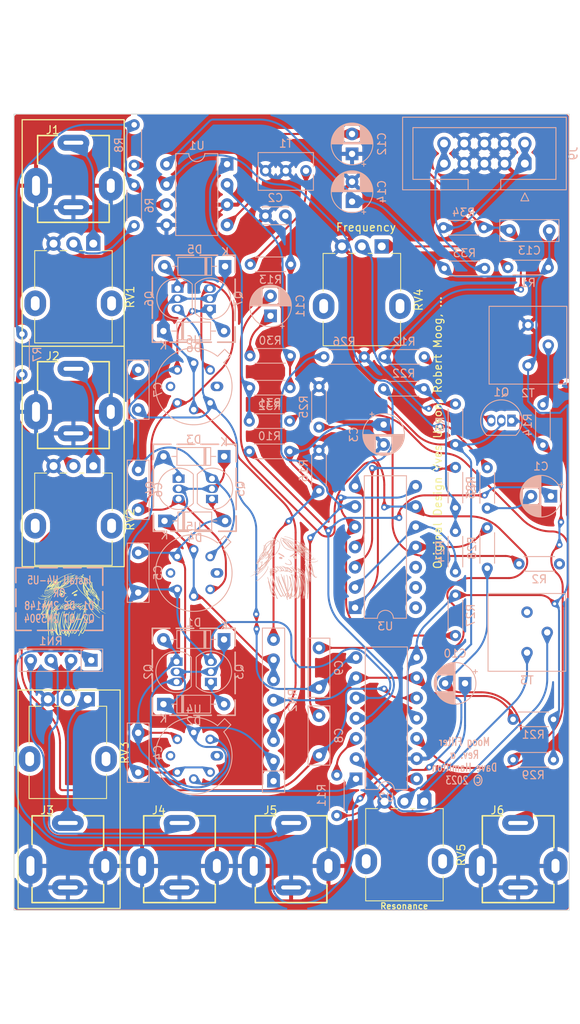
<source format=kicad_pcb>
(kicad_pcb (version 20221018) (generator pcbnew)
  (layers (0 "F.Cu" signal) (31 "B.Cu" signal) (34 "B.Paste" user) (35 "F.Paste" user) (36 "B.SilkS" user "B.Silkscreen") (37 "F.SilkS" user "F.Silkscreen") (38 "B.Mask" user) (39 "F.Mask" user) (44 "Edge.Cuts" user))
  (net 0 "")
  (net 1 "Net-(Q1-E)")
  (net 2 "Net-(Q1-B)")
  (net 3 "Net-(Q1-C)")
  (net 4 "GND")
  (net 5 "Net-(U2D-Q5C)")
  (net 6 "Net-(U2A-Q2B)")
  (net 7 "Net-(C1-Pad2)")
  (net 8 "Net-(U3B-Q3B)")
  (net 9 "Net-(U3C-Q4B)")
  (net 10 "Net-(C10-Pad2)")
  (net 11 "Net-(C11-Pad1)")
  (net 12 "Net-(U3A-Q1C)")
  (net 13 "-12V")
  (net 14 "+12V")
  (net 15 "Net-(J1-PadT)")
  (net 16 "Net-(J2-PadT)")
  (net 17 "Net-(J3-PadT)")
  (net 18 "CV 2")
  (net 19 "CV 3")
  (net 20 "Net-(J9-Pin_1)")
  (net 21 "Net-(J9-Pin_10)")
  (net 22 "CV 1")
  (net 23 "Net-(U1B--)")
  (net 24 "Net-(R8-Pad2)")
  (net 25 "Net-(U2A-Q1{slash}Q2E)")
  (net 26 "Net-(R13-Pad1)")
  (net 27 "Net-(R14-Pad1)")
  (net 28 "Net-(U3A-Q2B)")
  (net 29 "Net-(U3A-Q1{slash}Q2E)")
  (net 30 "Net-(U3A-Q1B)")
  (net 31 "Net-(U3A-Q2C)")
  (net 32 "Net-(U1A--)")
  (net 33 "Net-(R31-Pad1)")
  (net 34 "Signal 2")
  (net 35 "Signal 1")
  (net 36 "Net-(U2A-Q1B)")
  (net 40 "Res W")
  (net 41 "Freq CW")
  (net 42 "Freq W")
  (net 43 "Res CW")
  (net 44 "P1Ca")
  (net 45 "P1Eb")
  (net 46 "P1Cb")
  (net 47 "P2Cb")
  (net 48 "P3Ca")
  (net 49 "P3Cb")
  (net 50 "P1B")
  (net 51 "Net-(RN2-R1.2)")
  (net 52 "Net-(R2-Pad2)")
  (net 53 "Net-(RN2-R4.2)")
  (net 54 "P1Ea")
  (net 55 "P2B")
  (net 56 "P3B")
  (net 57 "Out")
  (net 58 "P2Ca")
  (footprint "Potentiometer_THT:Potentiometer_Alpha_RD901F-40-00D_Single_Vertical" (layer "F.Cu") (at 73.04 121.96 -90)
    (fp_text reference "RV5")
    (fp_text value "10K Anti-log")
  )
  (footprint "Potentiometer_THT:Potentiometer_Alpha_RD901F-40-00D_Single_Vertical" (layer "F.Cu") (at 31.4226 51.885 -90)
    (fp_text reference "RV1")
    (fp_text value "50K Log")
  )
  (footprint "Connector_Audio_Extra:Jack_3.5mm_QingPu_WQP-PJ301BM_Vertical" (layer "F.Cu") (at 28.9226 44.01)
    (fp_text reference "J1")
    (fp_text value "In 1")
  )
  (footprint "Potentiometer_THT:Potentiometer_Alpha_RD901F-40-00D_Single_Vertical" (layer "F.Cu") (at 31.4226 79.82 -90)
    (fp_text reference "RV2")
    (fp_text value "50K Log")
  )
  (footprint "Connector_Audio_Extra:Jack_3.5mm_QingPu_WQP-PJ301BM_Vertical" (layer "F.Cu") (at 84.836 129.448)
    (fp_text reference "J6")
    (fp_text value "Out")
  )
  (footprint "Potentiometer_THT:Potentiometer_Alpha_RD901F-40-00D_Single_Vertical" (layer "F.Cu") (at 30.7226 109.11 -90)
    (fp_text reference "RV3")
    (fp_text value "50K Linear")
  )
  (footprint "Connector_Audio_Extra:Jack_3.5mm_QingPu_WQP-PJ301BM_Vertical" (layer "F.Cu") (at 56.2943 129.448)
    (fp_text reference "J5")
    (fp_text value "CV 3")
  )
  (footprint "Connector_Audio_Extra:Jack_3.5mm_QingPu_WQP-PJ301BM_Vertical" (layer "F.Cu") (at 42.25845 129.448)
    (fp_text reference "J4")
    (fp_text value "CV 2")
  )
  (footprint "Footprints:logo" (layer "F.Cu") (at 55.965988 142.33925)
    (fp_text reference "G***" hide)
    (fp_text value "LOGO" hide)
  )
  (footprint "Footprints:crankery_small" (layer "F.Cu") (at 28.43 97.378224)
    (fp_text reference "G***" hide)
    (fp_text value "LOGO" hide)
  )
  (footprint "Potentiometer_THT:Potentiometer_Alpha_RD901F-40-00D_Single_Vertical" (layer "F.Cu") (at 67.6876 52.235 -90)
    (fp_text reference "RV4")
    (fp_text value "10K Linear")
  )
  (footprint "Connector_Audio_Extra:Jack_3.5mm_QingPu_WQP-PJ301BM_Vertical" (layer "F.Cu") (at 28.2226 129.448)
    (fp_text reference "J3")
    (fp_text value "CV 1")
  )
  (footprint "Connector_Audio_Extra:Jack_3.5mm_QingPu_WQP-PJ301BM_Vertical" (layer "F.Cu") (at 28.9226 72.41)
    (fp_text reference "J2")
    (fp_text value "In 2")
  )
  (footprint "Capacitor_THT:C_Rect_L7.2mm_W2.5mm_P5.00mm_FKS2_FKP2_MKS2_MKP2" (layer "B.Cu") (at 83.7512 50.2412)
    (fp_text reference "C13")
    (fp_text value "100nF")
  )
  (footprint "Package_DIP:DIP-14_W7.62mm" (layer "B.Cu") (at 64.455 119.11)
    (fp_text reference "U2")
    (fp_text value "CA3046")
  )
  (footprint "Resistor_THT:R_Axial_DIN0204_L3.6mm_D1.6mm_P5.08mm_Horizontal" (layer "B.Cu") (at 76.955 85.07 90)
    (fp_text reference "R23")
    (fp_text value "1K")
  )
  (footprint "Package_TO_SOT_THT:TO-92_Inline" (layer "B.Cu") (at 46.21 106.934 90)
    (fp_text reference "Q3")
    (fp_text value "2N3904")
  )
  (footprint "Capacitor_THT:CP_Radial_D5.0mm_P2.50mm" (layer "B.Cu") (at 63.955 40.61 90)
    (fp_text reference "C12")
    (fp_text value "22uF")
  )
  (footprint "Resistor_THT:R_Axial_DIN0204_L3.6mm_D1.6mm_P5.08mm_Horizontal" (layer "B.Cu") (at 87.955 72.11 -90)
    (fp_text reference "R14")
    (fp_text value "100K")
  )
  (footprint "Resistor_THT:R_Axial_DIN0204_L3.6mm_D1.6mm_P5.08mm_Horizontal" (layer "B.Cu") (at 80.955 80.03 -90)
    (fp_text reference "R9")
    (fp_text value "10K")
  )
  (footprint "Resistor_THT:R_Axial_DIN0204_L3.6mm_D1.6mm_P5.08mm_Horizontal" (layer "B.Cu") (at 22.461 68.326 90)
    (fp_text reference "R7")
    (fp_text value "120K")
  )
  (footprint "Diode_THT:D_DO-35_SOD27_P7.62mm_Horizontal" (layer "B.Cu") (at 47.871262 78.613 180)
    (fp_text reference "D3")
    (fp_text value "2N4148")
  )
  (footprint "Package_DIP:DIP-14_W7.62mm" (layer "B.Cu") (at 64.335 97.61)
    (fp_text reference "U3")
    (fp_text value "CA3046")
  )
  (footprint "Package_DIP:DIP-8_W7.62mm" (layer "B.Cu") (at 48.242 41.91 180)
    (fp_text reference "U1")
    (fp_text value "TL072")
  )
  (footprint "Resistor_THT:R_Axial_DIN0204_L3.6mm_D1.6mm_P5.08mm_Horizontal" (layer "B.Cu") (at 84.201 116.713)
    (fp_text reference "R29")
    (fp_text value "180R")
  )
  (footprint "Resistor_THT:R_Array_SIP4" (layer "B.Cu") (at 31.1626 104.21 180)
    (fp_text reference "RN1")
    (fp_text value "100K")
  )
  (footprint "Footprints:crankery_small" (layer "B.Cu") (at 55.731699 92.728224 180)
    (fp_text reference "G***" hide)
    (fp_text value "LOGO" hide)
  )
  (footprint "Diode_THT:D_DO-35_SOD27_P7.62mm_Horizontal" (layer "B.Cu") (at 40.241 62.865)
    (fp_text reference "D6")
    (fp_text value "2N4148")
  )
  (footprint "Capacitor_THT:C_Disc_D3.0mm_W2.0mm_P2.50mm" (layer "B.Cu") (at 55.568 48.387 180)
    (fp_text reference "C2")
    (fp_text value "100pF")
  )
  (footprint "Package_TO_SOT_THT:TO-92_Inline" (layer "B.Cu") (at 46.083 60.071 90)
    (fp_text reference "Q7")
    (fp_text value "2N3904")
  )
  (footprint "Capacitor_THT:CP_Radial_D5.0mm_P2.50mm" (layer "B.Cu") (at 78.160113 107.11 180)
    (fp_text reference "C10")
    (fp_text value "10uF")
  )
  (footprint "Resistor_THT:R_Axial_DIN0204_L3.6mm_D1.6mm_P5.08mm_Horizontal" (layer "B.Cu") (at 36.566 49.626 90)
    (fp_text reference "R6")
    (fp_text value "120K")
  )
  (footprint "Package_TO_SOT_THT:TO-92_Inline" (layer "B.Cu") (at 41.892 104.394 -90)
    (fp_text reference "Q2")
    (fp_text value "2N3904")
  )
  (footprint "Resistor_THT:R_Axial_DIN0204_L3.6mm_D1.6mm_P5.08mm_Horizontal" (layer "B.Cu") (at 56.116 77.978 180)
    (fp_text reference "R10")
    (fp_text value "470R")
  )
  (footprint "Resistor_THT:R_Axial_DIN0204_L3.6mm_D1.6mm_P5.08mm_Horizontal" (layer "B.Cu") (at 80.5254 49.8856 180)
    (fp_text reference "R34")
    (fp_text value "10R")
  )
  (footprint "Resistor_THT:R_Axial_DIN0204_L3.6mm_D1.6mm_P5.08mm_Horizontal" (layer "B.Cu") (at 51.163 54.483)
    (fp_text reference "R13")
    (fp_text value "1.8K")
  )
  (footprint "Package_TO_SOT_THT:TO-92_Inline" (layer "B.Cu") (at 46.347262 83.947 90)
    (fp_text reference "Q5")
    (fp_text value "2N3904")
  )
  (footprint "Resistor_THT:R_Axial_DIN0204_L3.6mm_D1.6mm_P5.08mm_Horizontal" (layer "B.Cu") (at 84.955 92.11)
    (fp_text reference "R2")
    (fp_text value "330R")
  )
  (footprint "Resistor_THT:R_Axial_DIN0204_L3.6mm_D1.6mm_P5.08mm_Horizontal" (layer "B.Cu") (at 80.6278 54.991 180)
    (fp_text reference "R33")
    (fp_text value "10R")
  )
  (footprint "Potentiometer_THT:Potentiometer_Bourns_3386P_Vertical" (layer "B.Cu") (at 86.088 62.103)
    (fp_text reference "T2")
    (fp_text value "10K")
  )
  (footprint "Package_TO_SOT_THT:TO-5-8" (layer "B.Cu") (at 46.97 116.205 180)
    (fp_text reference "U4")
    (fp_text value "AS394")
  )
  (footprint "Resistor_THT:R_Axial_DIN0204_L3.6mm_D1.6mm_P5.08mm_Horizontal" (layer "B.Cu") (at 51.081 69.978)
    (fp_text reference "R31")
    (fp_text value "120K")
  )
  (footprint "Resistor_THT:R_Axial_DIN0204_L3.6mm_D1.6mm_P5.08mm_Horizontal" (layer "B.Cu") (at 73.035 66.11 180)
    (fp_text reference "R12")
    (fp_text value "470R")
  )
  (footprint "Resistor_THT:R_Axial_DIN0204_L3.6mm_D1.6mm_P5.08mm_Horizontal" (layer "B.Cu") (at 65.495 66.11 180)
    (fp_text reference "R26")
    (fp_text value "47K")
  )
  (footprint "Resistor_THT:R_Axial_DIN0204_L3.6mm_D1.6mm_P5.08mm_Horizontal" (layer "B.Cu") (at 72.995 70.11 180)
    (fp_text reference "R22")
    (fp_text value "220K")
  )
  (footprint "Capacitor_THT:C_Rect_L7.2mm_W2.5mm_P5.00mm_FKS2_FKP2_MKS2_MKP2" (layer "B.Cu") (at 37.066 72.731 90)
    (fp_text reference "C7")
    (fp_text value "47nF")
  )
  (footprint "Capacitor_THT:CP_Radial_D5.0mm_P2.50mm" (layer "B.Cu") (at 88.955 83.61 180)
    (fp_text reference "C1")
    (fp_text value "10uF")
  )
  (footprint "Resistor_THT:R_Axial_DIN0204_L3.6mm_D1.6mm_P5.08mm_Horizontal" (layer "B.Cu") (at 59.799 69.85 -90)
    (fp_text reference "R25")
    (fp_text value "47K")
  )
  (footprint "Package_TO_SOT_THT:TO-5-8" (layer "B.Cu") (at 46.97 93.250752 180)
    (fp_text reference "U5")
    (fp_text value "AS394")
  )
  (footprint "Capacitor_THT:C_Rect_L7.2mm_W2.5mm_P5.00mm_FKS2_FKP2_MKS2_MKP2" (layer "B.Cu") (at 37.066 118.324 90)
    (fp_text reference "C4")
    (fp_text value "47nF")
  )
  (footprint "Resistor_THT:R_Axial_DIN0204_L3.6mm_D1.6mm_P5.08mm_Horizontal" (layer "B.Cu") (at 59.799 77.85 -90)
    (fp_text reference "R16")
    (fp_text value "220R")
  )
  (footprint "Resistor_THT:R_Array_SIP8" (layer "B.Cu") (at 54.084 119.39 90)
    (fp_text reference "RN2")
    (fp_text value "150R")
  )
  (footprint "Resistor_THT:R_Axial_DIN0204_L3.6mm_D1.6mm_P5.08mm_Horizontal" (layer "B.Cu") (at 80.955 87.57 -90)
    (fp_text reference "R28")
    (fp_text value "1K")
  )
  (footprint "Resistor_THT:R_Axial_DIN0204_L3.6mm_D1.6mm_P5.08mm_Horizontal" (layer "B.Cu") (at 56.201 65.978 180)
    (fp_text reference "R30")
    (fp_text value "56K")
  )
  (footprint "Connector_IDC:IDC-Header_2x05_P2.54mm_Vertical" (layer "B.Cu") (at 85.6816 41.8338 90)
    (fp_text reference "J9")
    (fp_text value "Power")
  )
  (footprint "Diode_THT:D_DO-35_SOD27_P7.62mm_Horizontal" (layer "B.Cu") (at 40.241 109.728)
    (fp_text reference "D2")
    (fp_text value "2N4148")
  )
  (footprint "Package_TO_SOT_THT:TO-92_Inline" (layer "B.Cu") (at 83.995 74.11 180)
    (fp_text reference "Q1")
    (fp_text value "2N3906")
  )
  (footprint "Potentiometer_THT:Potentiometer_Bourns_3386P_Vertical" (layer "B.Cu") (at 85.955 98.171)
    (fp_text reference "T3")
    (fp_text value "1K")
  )
  (footprint "Package_TO_SOT_THT:TO-5-8" (layer "B.Cu") (at 46.97 69.817248 180)
    (fp_text reference "U6")
    (fp_text value "AS394")
  )
  (footprint "Capacitor_THT:C_Rect_L7.2mm_W2.5mm_P5.00mm_FKS2_FKP2_MKS2_MKP2" (layer "B.Cu") (at 37.066 95.718 90)
    (fp_text reference "C5")
    (fp_text value "47nF")
  )
  (footprint "Package_TO_SOT_THT:TO-92_Inline" (layer "B.Cu") (at 42.010738 57.531 -90)
    (fp_text reference "Q6")
    (fp_text value "2N3904")
  )
  (footprint "Resistor_THT:R_Axial_DIN0204_L3.6mm_D1.6mm_P5.08mm_Horizontal" (layer "B.Cu") (at 76.955 72.03 -90)
    (fp_text reference "R5")
    (fp_text value "150K")
  )
  (footprint "Resistor_THT:R_Axial_DIN0204_L3.6mm_D1.6mm_P5.08mm_Horizontal" (layer "B.Cu") (at 56.116 74.178 180)
    (fp_text reference "R32")
    (fp_text value "1K")
  )
  (footprint "Diode_THT:D_DO-35_SOD27_P7.62mm_Horizontal" (layer "B.Cu") (at 40.378262 86.712)
    (fp_text reference "D4")
    (fp_text value "2N4148")
  )
  (footprint "Capacitor_THT:C_Rect_L7.2mm_W2.5mm_P5.00mm_FKS2_FKP2_MKS2_MKP2" (layer "B.Cu") (at 59.799 116.165 90)
    (fp_text reference "C8")
    (fp_text value "220nF")
  )
  (footprint "Capacitor_THT:CP_Radial_D5.0mm_P2.50mm" (layer "B.Cu") (at 53.703 60.96 90)
    (fp_text reference "C11")
    (fp_text value "10uF")
  )
  (footprint "Capacitor_THT:CP_Radial_D5.0mm_P2.50mm" (layer "B.Cu") (at 63.955 46.61 90)
    (fp_text reference "C14")
    (fp_text value "22uF")
  )
  (footprint "Package_TO_SOT_THT:TO-92_Inline" (layer "B.Cu") (at 42.148 81.407 -90)
    (fp_text reference "Q4")
    (fp_text value "2N3904")
  )
  (footprint "Potentiometer_THT:Potentiometer_Bourns_3266Y_Vertical" (layer "B.Cu") (at 53.083 42.727 180)
    (fp_text reference "T1")
    (fp_text value "500R")
  )
  (footprint "Resistor_THT:R_Axial_DIN0204_L3.6mm_D1.6mm_P5.08mm_Horizontal" (layer "B.Cu") (at 83.548 54.8894)
    (fp_text reference "R1")
    (fp_text value "680R")
  )
  (footprint "Capacitor_THT:CP_Radial_D5.0mm_P2.50mm" (layer "B.Cu") (at 67.927 74.61 -90)
    (fp_text reference "C3")
    (fp_text value "220uF")
  )
  (footprint "Diode_THT:D_DO-35_SOD27_P7.62mm_Horizontal" (layer "B.Cu") (at 47.988 54.737 180)
    (fp_text reference "D5")
    (fp_text value "2N4148")
  )
  (footprint "Diode_THT:D_DO-35_SOD27_P7.62mm_Horizontal" (layer "B.Cu") (at 47.861 101.6 180)
    (fp_text reference "D1")
    (fp_text value "2N4148")
  )
  (footprint "Capacitor_THT:C_Rect_L7.2mm_W2.5mm_P5.00mm_FKS2_FKP2_MKS2_MKP2" (layer "B.Cu") (at 59.799 107.656 90)
    (fp_text reference "C9")
    (fp_text value "220nF")
  )
  (footprint "Resistor_THT:R_Axial_DIN0204_L3.6mm_D1.6mm_P5.08mm_Horizontal" (layer "B.Cu") (at 36.566 36.957 -90)
    (fp_text reference "R8")
    (fp_text value "56K")
  )
  (footprint "Resistor_THT:R_Axial_DIN0204_L3.6mm_D1.6mm_P5.08mm_Horizontal" (layer "B.Cu") (at 76.955 88.03 -90)
    (fp_text reference "R24")
    (fp_text value "220K")
  )
  (footprint "Resistor_THT:R_Axial_DIN0204_L3.6mm_D1.6mm_P5.08mm_Horizontal" (layer "B.Cu") (at 84.201 111.633)
    (fp_text reference "R21")
    (fp_text value "330R")
  )
  (footprint "Resistor_THT:R_Axial_DIN0204_L3.6mm_D1.6mm_P5.08mm_Horizontal" (layer "B.Cu") (at 76.955 101.11 90)
    (fp_text reference "R27")
    (fp_text value "22R")
  )
  (footprint "Resistor_THT:R_Axial_DIN0204_L3.6mm_D1.6mm_P5.08mm_Horizontal" (layer "B.Cu") (at 62.04 118.64 -90)
    (fp_text reference "R11")
    (fp_text value "1K")
  )
  (footprint "Capacitor_THT:C_Rect_L7.2mm_W2.5mm_P5.00mm_FKS2_FKP2_MKS2_MKP2" (layer "B.Cu") (at 37.066 85.304 90)
    (fp_text reference "C6")
    (fp_text value "47nF")
  )
  (gr_rect (start 21.688 92.59) (end 32.61 100.464) (stroke (width 0.2) (type dash)) (fill none) (layer "B.SilkS"))
  (gr_rect (start 38.971 77.089) (end 49.385 88.011) (stroke (width 0.2) (type dash)) (fill none) (layer "B.SilkS"))
  (gr_rect (start 38.844 53.34) (end 49.258 64.262) (stroke (width 0.2) (type dash)) (fill none) (layer "B.SilkS"))
  (gr_rect (start 38.844 100.203) (end 49.258 111.125) (stroke (width 0.2) (type dash)) (fill none) (layer "B.SilkS"))
  (gr_rect (start 22.479 36.322) (end 35.306 64.77) (stroke (width 0.15)) (fill none) (layer "F.SilkS"))
  (gr_rect (start 22.479 64.77) (end 35.306 92.456) (stroke (width 0.15)) (fill none) (layer "F.SilkS"))
  (gr_rect (start 21.971 107.95) (end 34.798 135.382) (stroke (width 0.15)) (fill none) (layer "F.SilkS"))
  (gr_rect (start 21.455 35.61) (end 91.255 135.61) (stroke (width 0.1)) (fill none) (layer "Edge.Cuts"))
  (gr_text "Install U4-U5\nOR\nD1-D6 2N4148\nQ2-Q7 2N3904" (at 27.149 99.575) (layer "B.SilkS") (effects (font (size 1 0.75)) (justify bottom mirror)))
  (gr_text "Moog Filter\nRev. α\nDave Hamilton\n© 2023\n\n" (at 78.08 121.49) (layer "B.SilkS") (effects (font (size 1 0.75)) (justify bottom mirror)))
  (gr_text "Resonance" (at 67.419001 135.52) (layer "F.SilkS") (effects (font (size 0.75 0.75)) (justify left bottom)))
  (gr_text "Original Design Yves Usson, Robert Moog, ..." (at 75.311 92.837 90) (layer "F.SilkS") (effects (font (size 1 1)) (justify left bottom)))
  (gr_text "Frequency" (at 61.849 50.419) (layer "F.SilkS") (effects (font (size 1 1)) (justify left bottom)))
  (segment (start 74.189207 116.144207) (end 72.075 114.03) (width 0.25) (layer "F.Cu") (net 1))
  (segment (start 90.44 109.669605) (end 90.44 95.011162) (width 0.25) (layer "F.Cu") (net 1))
  (segment (start 82.371605 117.738) (end 78.036963 117.738) (width 0.25) (layer "F.Cu") (net 1))
  (segment (start 89.725 93.285) (end 89.657002 93.217002) (width 0.25) (layer "F.Cu") (net 1))
  (segment (start 88.846207 113.517361) (end 86.219361 116.144207) (width 0.25) (layer "F.Cu") (net 1))
  (segment (start 90.23 86.86) (end 90.23 81.073667) (width 0.25) (layer "F.Cu") (net 1))
  (segment (start 89.0925 78.3275) (end 87.955 77.19) (width 0.25) (layer "F.Cu") (net 1))
  (segment (start 89.01 91.655) (end 89.01 91.461248) (width 0.25) (layer "F.Cu") (net 1))
  (segment (start 89.52 90.23) (end 90.03 89.72) (width 0.25) (layer "F.Cu") (net 1))
  (via (at 90.23 86.86) (size 0.8) (drill 0.4) (layers "F.Cu" "B.Cu") (net 1))
  (via (at 90.03 89.72) (size 0.8) (drill 0.4) (layers "F.Cu" "B.Cu") (net 1))
  (arc (start 74.189207 116.144207) (mid 75.954572 117.323786) (end 78.036963 117.738) (width 0.25) (layer "F.Cu") (net 1))
  (arc (start 89.52 90.23) (mid 89.142544 90.794901) (end 89.01 91.461248) (width 0.25) (layer "F.Cu") (net 1))
  (arc (start 89.01 91.655) (mid 89.17815 92.500349) (end 89.657002 93.217002) (width 0.25) (layer "F.Cu") (net 1))
  (arc (start 90.23 81.073667) (mid 89.934373 79.587452) (end 89.0925 78.3275) (width 0.25) (layer "F.Cu") (net 1))
  (arc (start 82.371605 117.738) (mid 84.453995 117.323786) (end 86.219361 116.144207) (width 0.25) (layer "F.Cu") (net 1))
  (arc (start 90.44 109.669605) (mid 90.025786 111.751995) (end 88.846207 113.517361) (width 0.25) (layer "F.Cu") (net 1))
  (arc (start 89.725 93.285) (mid 90.254177 94.076969) (end 90.44 95.011162) (width 0.25) (layer "F.Cu") (net 1))
  (segment (start 85.186126 74.421126) (end 87.955 77.19) (width 0.25) (layer "B.Cu") (net 1))
  (segment (start 90.03 89.72) (end 90.03 87.201421) (width 0.25) (layer "B.Cu") (net 1))
  (segment (start 90.13 86.96) (end 90.23 86.86) (width 0.25) (layer "B.Cu") (net 1))
  (segment (start 84.435 74.11) (end 83.995 74.11) (width 0.25) (layer "B.Cu") (net 1))
  (arc (start 90.13 86.96) (mid 90.055989 87.070764) (end 90.03 87.201421) (width 0.25) (layer "B.Cu") (net 1))
  (arc (start 85.186126 74.421126) (mid 84.841506 74.190859) (end 84.435 74.11) (width 0.25) (layer "B.Cu") (net 1))
  (segment (start 75.134198 77.11) (end 76.955 77.11) (width 0.25) (layer "F.Cu") (net 2))
  (segment (start 66.951207 119.578792) (end 64.98 121.55) (width 0.25) (layer "F.Cu") (net 2))
  (segment (start 73.5025 117.8175) (end 73.67 117.65) (width 0.25) (layer "F.Cu") (net 2))
  (segment (start 57.836792 61.633396) (end 72.025894 75.822498) (width 0.25) (layer "F.Cu") (net 2))
  (segment (start 73.098119 117.985) (end 70.798963 117.985) (width 0.25) (layer "F.Cu") (net 2))
  (segment (start 56.243 57.78564) (end 56.243 54.483) (width 0.25) (layer "F.Cu") (net 2))
  (via (at 73.67 117.65) (size 0.8) (drill 0.4) (layers "F.Cu" "B.Cu") (net 2))
  (via (at 64.98 121.55) (size 0.8) (drill 0.4) (layers "F.Cu" "B.Cu") (net 2))
  (arc (start 66.951207 119.578792) (mid 68.716572 118.399213) (end 70.798963 117.985) (width 0.25) (layer "F.Cu") (net 2))
  (arc (start 73.5025 117.8175) (mid 73.316968 117.941468) (end 73.098119 117.985) (width 0.25) (layer "F.Cu") (net 2))
  (arc (start 72.025894 75.822498) (mid 73.451996 76.775389) (end 75.134198 77.11) (width 0.25) (layer "F.Cu") (net 2))
  (arc (start 57.836792 61.633396) (mid 56.657213 59.86803) (end 56.243 57.78564) (width 0.25) (layer "F.Cu") (net 2))
  (segment (start 73.67 117.65) (end 76.106207 115.213792) (width 0.25) (layer "B.Cu") (net 2))
  (segment (start 56.243 49.539297) (end 56.243 54.483) (width 0.25) (layer "B.Cu") (net 2))
  (segment (start 64.5175 122.0125) (end 64.98 121.55) (width 0.25) (layer "B.Cu") (net 2))
  (segment (start 78.363232 78.518232) (end 76.955 77.11) (width 0.25) (layer "B.Cu") (net 2))
  (segment (start 77.7 111.366036) (end 77.7 109.815439) (width 0.25) (layer "B.Cu") (net 2))
  (segment (start 78.6475 78.8075) (end 78.366767 78.526767) (width 0.25) (layer "B.Cu") (net 2))
  (segment (start 23.815831 103.085) (end 29.242104 103.085) (width 0.25) (layer "B.Cu") (net 2))
  (segment (start 57.551475 134.72) (end 56.326302 134.72) (width 0.25) (layer "B.Cu") (net 2))
  (segment (start 74.881985 106.248014) (end 78.935 102.195) (width 0.25) (layer "B.Cu") (net 2))
  (segment (start 81.448797 75.936202) (end 82.725 74.66) (width 0.25) (layer "B.Cu") (net 2))
  (segment (start 25.259207 125.879207) (end 23.331392 123.951392) (width 0.25) (layer "B.Cu") (net 2))
  (segment (start 78.615 77.11) (end 76.955 77.11) (width 0.25) (layer "B.Cu") (net 2))
  (segment (start 30.6001 103.6475) (end 31.1626 104.21) (width 0.25) (layer "B.Cu") (net 2))
  (segment (start 55.9055 48.7245) (end 55.568 48.387) (width 0.25) (layer "B.Cu") (net 2))
  (segment (start 51.380813 127.473) (end 29.106963 127.473) (width 0.25) (layer "B.Cu") (net 2))
  (segment (start 53.9693 132.362997) (end 53.9693 130.061486) (width 0.25) (layer "B.Cu") (net 2))
  (segment (start 74.881985 107.922863) (end 75.194737 108.235615) (width 0.25) (layer "B.Cu") (net 2))
  (segment (start 61.309627 133.163322) (end 62.461206 132.011742) (width 0.25) (layer "B.Cu") (net 2))
  (segment (start 78.93 102.172928) (end 78.93 79.489515) (width 0.25) (layer "B.Cu") (net 2))
  (segment (start 21.7376 120.103636) (end 21.7376 105.163231) (width 0.25) (layer "B.Cu") (net 2))
  (segment (start 64.055 128.163986) (end 64.055 123.129073) (width 0.25) (layer "B.Cu") (net 2))
  (arc (start 74.881985 107.922863) (mid 74.625262 107.538649) (end 74.535113 107.085439) (width 0.25) (layer "B.Cu") (net 2))
  (arc (start 54.65965 134.02965) (mid 54.148716 133.264983) (end 53.9693 132.362997) (width 0.25) (layer "B.Cu") (net 2))
  (arc (start 21.7376 120.103636) (mid 22.151813 122.186026) (end 23.331392 123.951392) (width 0.25) (layer "B.Cu") (net 2))
  (arc (start 74.881985 106.248014) (mid 74.625262 106.632227) (end 74.535113 107.085439) (width 0.25) (layer "B.Cu") (net 2))
  (arc (start 55.9055 48.7245) (mid 56.155286 49.098332) (end 56.243 49.539297) (width 0.25) (layer "B.Cu") (net 2))
  (arc (start 22.3463 103.6937) (mid 23.020526 103.243195) (end 23.815831 103.085) (width 0.25) (layer "B.Cu") (net 2))
  (arc (start 53.21115 128.23115) (mid 52.371384 127.670036) (end 51.380813 127.473) (width 0.25) (layer "B.Cu") (net 2))
  (arc (start 77.7 111.366036) (mid 77.285786 113.448426) (end 76.106207 115.213792) (width 0.25) (layer "B.Cu") (net 2))
  (arc (start 78.935 102.185) (mid 78.937071 102.19) (end 78.935 102.195) (width 0.25) (layer "B.Cu") (net 2))
  (arc (start 54.65965 134.02965) (mid 55.424316 134.540583) (end 56.326302 134.72) (width 0.25) (layer "B.Cu") (net 2))
  (arc (start 64.055 128.163986) (mid 63.640786 130.246376) (end 62.461206 132.011742) (width 0.25) (layer "B.Cu") (net 2))
  (arc (start 78.363232 78.518232) (mid 78.36454 78.52019) (end 78.365 78.5225) (width 0.25) (layer "B.Cu") (net 2))
  (arc (start 30.6001 103.6475) (mid 29.977046 103.231188) (end 29.242104 103.085) (width 0.25) (layer "B.Cu") (net 2))
  (arc (start 78.935 102.185) (mid 78.931299 102.179461) (end 78.93 102.172928) (width 0.25) (layer "B.Cu") (net 2))
  (arc (start 78.93 79.489515) (mid 78.85658 79.120411) (end 78.6475 78.8075) (width 0.25) (layer "B.Cu") (net 2))
  (arc (start 78.365 78.5225) (mid 78.365459 78.524809) (end 78.366767 78.526767) (width 0.25) (layer "B.Cu") (net 2))
  (arc (start 61.309627 133.163322) (mid 59.585372 134.315432) (end 57.551475 134.72) (width 0.25) (layer "B.Cu") (net 2))
  (arc (start 81.448797 75.936202) (mid 80.148639 76.804939) (end 78.615 77.11) (width 0.25) (layer "B.Cu") (net 2))
  (arc (start 76.774561 108.89) (mid 77.428945 109.161054) (end 77.7 109.815439) (width 0.25) (layer "B.Cu") (net 2))
  (arc (start 76.774561 108.89) (mid 75.919566 108.71993) (end 75.194737 108.235615) (width 0.25) (layer "B.Cu") (net 2))
  (arc (start 53.21115 128.23115) (mid 53.772263 129.070915) (end 53.9693 130.061486) (width 0.25) (layer "B.Cu") (net 2))
  (arc (start 64.5175 122.0125) (mid 64.175199 122.524788) (end 64.055 123.129073) (width 0.25) (layer "B.Cu") (net 2))
  (arc (start 22.3463 103.6937) (mid 21.895795 104.367926) (end 21.7376 105.163231) (width 0.25) (layer "B.Cu") (net 2))
  (arc (start 25.259207 125.879207) (mid 27.024572 127.058786) (end 29.106963 127.473) (width 0.25) (layer "B.Cu") (net 2))
  (segment (start 81.245 74.11) (end 81.455 74.11) (width 0.25) (layer "F.Cu") (net 3))
  (segment (start 80.886507 73.961507) (end 73.035 66.11) (width 0.25) (layer "F.Cu") (net 3))
  (arc (start 80.886507 73.961507) (mid 81.050985 74.071407) (end 81.245 74.11) (width 0.25) (layer "F.Cu") (net 3))
  (segment (start 46.972 48.26) (end 48.242 46.99) (width 0.25) (layer "F.Cu") (net 4))
  (segment (start 43.905948 49.53) (end 40.622 49.53) (width 0.25) (layer "F.Cu") (net 4))
  (arc (start 43.905948 49.53) (mid 45.565283 49.199937) (end 46.972 48.26) (width 0.25) (layer "F.Cu") (net 4))
  (segment (start 63.293794 123.72) (end 62.04 123.72) (width 0.25) (layer "F.Cu") (net 5))
  (segment (start 68.126126 120.14146) (end 65.434154 122.833433) (width 0.25) (layer "F.Cu") (net 5))
  (segment (start 70.616294 119.11) (end 72.075 119.11) (width 0.25) (layer "F.Cu") (net 5))
  (arc (start 63.293794 123.72) (mid 64.452148 123.489588) (end 65.434154 122.833433) (width 0.25) (layer "F.Cu") (net 5))
  (arc (start 70.616294 119.11) (mid 69.268625 119.378067) (end 68.126126 120.14146) (width 0.25) (layer "F.Cu") (net 5))
  (segment (start 80.62 83.5) (end 73.113275 83.5) (width 0.25) (layer "F.Cu") (net 6))
  (segment (start 60.973636 87.915636) (end 51.036 77.978) (width 0.25) (layer "F.Cu") (net 6))
  (segment (start 60.98 87.94) (end 60.98 87.931) (width 0.25) (layer "F.Cu") (net 6))
  (segment (start 70.827004 84.447004) (end 70.209155 85.064853) (width 0.25) (layer "F.Cu") (net 6))
  (segment (start 69.88 86.325) (end 69.88 85.859504) (width 0.25) (layer "F.Cu") (net 6))
  (via (at 69.88 86.325) (size 0.8) (drill 0.4) (layers "F.Cu" "B.Cu") (net 6))
  (via (at 60.98 87.94) (size 0.8) (drill 0.4) (layers "F.Cu" "B.Cu") (net 6))
  (via (at 80.62 83.5) (size 0.8) (drill 0.4) (layers "F.Cu" "B.Cu") (net 6))
  (arc (start 70.209155 85.064853) (mid 69.965544 85.429442) (end 69.88 85.859504) (width 0.25) (layer "F.Cu") (net 6))
  (arc (start 60.98 87.931) (mid 60.978346 87.922685) (end 60.973636 87.915636) (width 0.25) (layer "F.Cu") (net 6))
  (arc (start 70.827004 84.447004) (mid 71.875954 83.746118) (end 73.113275 83.5) (width 0.25) (layer "F.Cu") (net 6))
  (segment (start 62.573792 99.613792) (end 68.495215 105.535215) (width 0.25) (layer "B.Cu") (net 6))
  (segment (start 87.034504 82.485) (end 82.352713 82.485) (width 0.25) (layer "B.Cu") (net 6))
  (segment (start 69.88 86.325) (end 63.736977 86.325) (width 0.25) (layer "B.Cu") (net 6))
  (segment (start 65.2475 111.49) (end 64.455 111.49) (width 0.25) (layer "B.Cu") (net 6))
  (segment (start 80.62 83.5) (end 81.1275 82.9925) (width 0.25) (layer "B.Cu") (net 6))
  (segment (start 60.98 87.94) (end 61.7875 87.1325) (width 0.25) (layer "B.Cu") (net 6))
  (segment (start 60.98 87.94) (end 60.98 95.766036) (width 0.25) (layer "B.Cu") (net 6))
  (segment (start 68.495215 109.034784) (end 66.600382 110.929617) (width 0.25) (layer "B.Cu") (net 6))
  (segment (start 88.3925 83.0475) (end 88.955 83.61) (width 0.25) (layer "B.Cu") (net 6))
  (arc (start 88.3925 83.0475) (mid 87.769446 82.631188) (end 87.034504 82.485) (width 0.25) (layer "B.Cu") (net 6))
  (arc (start 60.98 95.766036) (mid 61.394213 97.848426) (end 62.573792 99.613792) (width 0.25) (layer "B.Cu") (net 6))
  (arc (start 69.22 107.285) (mid 69.031634 106.338023) (end 68.495215 105.535215) (width 0.25) (layer "B.Cu") (net 6))
  (arc (start 68.495215 109.034784) (mid 69.031634 108.231976) (end 69.22 107.285) (width 0.25) (layer "B.Cu") (net 6))
  (arc (start 63.736977 86.325) (mid 62.681927 86.534862) (end 61.7875 87.1325) (width 0.25) (layer "B.Cu") (net 6))
  (arc (start 65.2475 111.49) (mid 65.979674 111.344361) (end 66.600382 110.929617) (width 0.25) (layer "B.Cu") (net 6))
  (arc (start 81.1275 82.9925) (mid 81.689632 82.616894) (end 82.352713 82.485) (width 0.25) (layer "B.Cu") (net 6))
  (segment (start 85.705 84.36) (end 86.455 83.61) (width 0.25) (layer "B.Cu") (net 7))
  (segment (start 83.894339 85.11) (end 80.955 85.11) (width 0.25) (layer "B.Cu") (net 7))
  (arc (start 85.705 84.36) (mid 84.874261 84.915081) (end 83.894339 85.11) (width 0.25) (layer "B.Cu") (net 7))
  (segment (start 58.697 88.843) (end 58.72 88.82) (width 0.25) (layer "F.Cu") (net 8))
  (segment (start 59.2365 110.6025) (end 59.799 111.165) (width 0.25) (layer "F.Cu") (net 8))
  (segment (start 58.674 88.898526) (end 58.674 109.244504) (width 0.25) (layer "F.Cu") (net 8))
  (via (at 58.72 88.82) (size 0.8) (drill 0.4) (layers "F.Cu" "B.Cu") (net 8))
  (arc (start 58.697 88.843) (mid 58.679977 88.868475) (end 58.674 88.898526) (width 0.25) (layer "F.Cu") (net 8))
  (arc (start 59.2365 110.6025) (mid 58.820188 109.979446) (end 58.674 109.244504) (width 0.25) (layer "F.Cu") (net 8))
  (segment (start 59.497215 66.11) (end 60.415 66.11) (width 0.25) (layer "B.Cu") (net 8))
  (segment (start 56.653792 68.035638) (end 57.930459 66.758971) (width 0.25) (layer "B.Cu") (net 8))
  (segment (start 56.6135 79.11) (end 56.32058 79.11) (width 0.25) (layer "B.Cu") (net 8))
  (segment (start 55.06 77.849419) (end 55.06 71.883394) (width 0.25) (layer "B.Cu") (net 8))
  (segment (start 63.489847 84.91) (end 64.335 84.91) (width 0.25) (layer "B.Cu") (net 8))
  (segment (start 58.73989 88.814804) (end 62.047081 85.507613) (width 0.25) (layer "B.Cu") (net 8))
  (segment (start 60.617569 82.299) (end 58.004909 79.68634) (width 0.25) (layer "B.Cu") (net 8))
  (segment (start 58.727347 88.82) (end 58.72 88.82) (width 0.25) (layer "B.Cu") (net 8))
  (segment (start 61.03043 83.295735) (end 62.047081 84.312386) (width 0.25) (layer "B.Cu") (net 8))
  (arc (start 60.617569 82.299) (mid 60.77035 82.527653) (end 60.824 82.797368) (width 0.25) (layer "B.Cu") (net 8))
  (arc (start 58.73989 88.814804) (mid 58.734135 88.818649) (end 58.727347 88.82) (width 0.25) (layer "B.Cu") (net 8))
  (arc (start 63.489847 84.91) (mid 62.709028 85.065314) (end 62.047081 85.507613) (width 0.25) (layer "B.Cu") (net 8))
  (arc (start 56.653792 68.035638) (mid 55.474213 69.801003) (end 55.06 71.883394) (width 0.25) (layer "B.Cu") (net 8))
  (arc (start 56.6135 79.11) (mid 57.366525 79.259785) (end 58.004909 79.68634) (width 0.25) (layer "B.Cu") (net 8))
  (arc (start 55.06 77.849419) (mid 55.155955 78.331822) (end 55.429215 78.740784) (width 0.25) (layer "B.Cu") (net 8))
  (arc (start 62.047081 84.312386) (mid 62.29462 84.909999) (end 62.047081 85.507613) (width 0.25) (layer "B.Cu") (net 8))
  (arc (start 63.489847 84.91) (mid 62.709028 84.754685) (end 62.047081 84.312386) (width 0.25) (layer "B.Cu") (net 8))
  (arc (start 55.429215 78.740784) (mid 55.838176 79.014043) (end 56.32058 79.11) (width 0.25) (layer "B.Cu") (net 8))
  (arc (start 61.03043 83.295735) (mid 60.877649 83.067082) (end 60.824 82.797368) (width 0.25) (layer "B.Cu") (net 8))
  (arc (start 57.930459 66.758971) (mid 58.649292 66.278662) (end 59.497215 66.11) (width 0.25) (layer "B.Cu") (net 8))
  (segment (start 68.01 82.192262) (end 68.01 85) (width 0.25) (layer "F.Cu") (net 9))
  (segment (start 72.5675 85.5225) (end 71.955 84.91) (width 0.25) (layer "F.Cu") (net 9))
  (segment (start 74.046205 86.135) (end 78.721036 86.135) (width 0.25) (layer "F.Cu") (net 9))
  (segment (start 76.251733 96.811733) (end 76.955 97.515) (width 0.25) (layer "F.Cu") (net 9))
  (segment (start 83.666134 93.89) (end 78.81501 93.89) (width 0.25) (layer "F.Cu") (net 9))
  (segment (start 85.486945 90.646945) (end 82.568792 87.728792) (width 0.25) (layer "F.Cu") (net 9))
  (segment (start 85.486945 93.027623) (end 85.302284 93.212284) (width 0.25) (layer "F.Cu") (net 9))
  (segment (start 76.251733 95.258266) (end 76.774999 94.734999) (width 0.25) (layer "F.Cu") (net 9))
  (segment (start 77.98 100.741597) (end 77.98 99.989568) (width 0.25) (layer "F.Cu") (net 9))
  (segment (start 76.065597 102.656) (end 59.799 102.656) (width 0.25) (layer "F.Cu") (net 9))
  (segment (start 64.134026 76.062325) (end 66.416207 78.344506) (width 0.25) (layer "F.Cu") (net 9))
  (segment (start 61.40035 74.93) (end 59.799 74.93) (width 0.25) (layer "F.Cu") (net 9))
  (via (at 68.01 85) (size 0.8) (drill 0.4) (layers "F.Cu" "B.Cu") (net 9))
  (arc (start 78.721036 86.135) (mid 80.803426 86.549213) (end 82.568792 87.728792) (width 0.25) (layer "F.Cu") (net 9))
  (arc (start 85.486945 93.027623) (mid 85.851859 92.481491) (end 85.98 91.837284) (width 0.25) (layer "F.Cu") (net 9))
  (arc (start 76.955 97.515) (mid 77.713611 98.650341) (end 77.98 99.989568) (width 0.25) (layer "F.Cu") (net 9))
  (arc (start 66.416207 78.344506) (mid 67.595786 80.109871) (end 68.01 82.192262) (width 0.25) (layer "F.Cu") (net 9))
  (arc (start 76.774999 94.734999) (mid 77.710964 94.109608) (end 78.81501 93.89) (width 0.25) (layer "F.Cu") (net 9))
  (arc (start 85.486945 90.646945) (mid 85.851859 91.193077) (end 85.98 91.837284) (width 0.25) (layer "F.Cu") (net 9))
  (arc (start 77.98 100.741597) (mid 77.834274 101.474207) (end 77.419284 102.095284) (width 0.25) (layer "F.Cu") (net 9))
  (arc (start 74.046205 86.135) (mid 73.245935 85.975816) (end 72.5675 85.5225) (width 0.25) (layer "F.Cu") (net 9))
  (arc (start 64.134026 76.062325) (mid 62.879805 75.224281) (end 61.40035 74.93) (width 0.25) (layer "F.Cu") (net 9))
  (arc (start 76.065597 102.656) (mid 76.798207 102.510274) (end 77.419284 102.095284) (width 0.25) (layer "F.Cu") (net 9))
  (arc (start 85.302284 93.212284) (mid 84.551612 93.713867) (end 83.666134 93.89) (width 0.25) (layer "F.Cu") (net 9))
  (arc (start 76.251733 95.258266) (mid 76.013615 95.614634) (end 75.93 96.035) (width 0.25) (layer "F.Cu") (net 9))
  (arc (start 76.251733 96.811733) (mid 76.013615 96.455365) (end 75.93 96.035) (width 0.25) (layer "F.Cu") (net 9))
  (segment (start 68.01 85) (end 68.055 84.955) (width 0.25) (layer "B.Cu") (net 9))
  (segment (start 68.163639 84.91) (end 71.955 84.91) (width 0.25) (layer "B.Cu") (net 9))
  (arc (start 68.163639 84.91) (mid 68.104844 84.921695) (end 68.055 84.955) (width 0.25) (layer "B.Cu") (net 9))
  (segment (start 85.226 114.963215) (end 85.226 113.272672) (width 0.25) (layer "F.Cu") (net 10))
  (segment (start 84.7135 116.2005) (end 84.201 116.713) (width 0.25) (layer "F.Cu") (net 10))
  (segment (start 80.188327 108.235) (end 77.580608 108.235) (width 0.25) (layer "F.Cu") (net 10))
  (segment (start 76.222613 107.6725) (end 75.660113 107.11) (width 0.25) (layer "F.Cu") (net 10))
  (arc (start 85.226 113.272672) (mid 84.84253 111.344838) (end 83.7505 109.7105) (width 0.25) (layer "F.Cu") (net 10))
  (arc (start 80.188327 108.235) (mid 82.116161 108.618469) (end 83.7505 109.7105) (width 0.25) (layer "F.Cu") (net 10))
  (arc (start 84.7135 116.2005) (mid 85.092805 115.632828) (end 85.226 114.963215) (width 0.25) (layer "F.Cu") (net 10))
  (arc (start 76.222613 107.6725) (mid 76.845666 108.088811) (end 77.580608 108.235) (width 0.25) (layer "F.Cu") (net 10))
  (segment (start 80.955 99.561149) (end 80.955 92.65) (width 0.25) (layer "B.Cu") (net 10))
  (segment (start 79.361207 103.408905) (end 75.660113 107.11) (width 0.25) (layer "B.Cu") (net 10))
  (arc (start 79.361207 103.408905) (mid 80.540786 101.643539) (end 80.955 99.561149) (width 0.25) (layer "B.Cu") (net 10))
  (segment (start 51.982256 62.680743) (end 53.703 60.96) (width 0.25) (layer "F.Cu") (net 11))
  (segment (start 51.121 64.76) (end 51.121 65.978) (width 0.25) (layer "F.Cu") (net 11))
  (arc (start 51.121 64.76) (mid 51.344833 63.634714) (end 51.982256 62.680743) (width 0.25) (layer "F.Cu") (net 11))
  (segment (start 51.563792 60.599207) (end 53.703 58.46) (width 0.25) (layer "F.Cu") (net 12))
  (segment (start 79.745 88.78) (end 80.955 87.57) (width 0.25) (layer "F.Cu") (net 12))
  (segment (start 76.823801 89.99) (end 71.955 89.99) (width 0.25) (layer "F.Cu") (net 12))
  (segment (start 66.247652 79.345) (end 66.48 79.345) (width 0.25) (layer "F.Cu") (net 12))
  (segment (start 65.338357 79.721642) (end 63.353792 81.706207) (width 0.25) (layer "F.Cu") (net 12))
  (segment (start 49.97 76.107605) (end 49.97 64.446963) (width 0.25) (layer "F.Cu") (net 12))
  (segment (start 60.941109 88.665) (end 60.776868 88.665) (width 0.25) (layer "F.Cu") (net 12))
  (segment (start 65.77 96.175) (end 64.335 97.61) (width 0.25) (layer "F.Cu") (net 12))
  (segment (start 59.917447 88.309016) (end 51.563792 79.955361) (width 0.25) (layer "F.Cu") (net 12))
  (segment (start 67.205 80.069999) (end 67.205 92.710603) (width 0.25) (layer "F.Cu") (net 12))
  (segment (start 61.76 85.553963) (end 61.76 87.846109) (width 0.25) (layer "F.Cu") (net 12))
  (arc (start 66.48 79.345) (mid 66.757445 79.400187) (end 66.992652 79.557347) (width 0.25) (layer "F.Cu") (net 12))
  (arc (start 76.823801 89.99) (mid 78.404742 89.675531) (end 79.745 88.78) (width 0.25) (layer "F.Cu") (net 12))
  (arc (start 51.563792 60.599207) (mid 50.384213 62.364572) (end 49.97 64.446963) (width 0.25) (layer "F.Cu") (net 12))
  (arc (start 66.247652 79.345) (mid 65.755545 79.442886) (end 65.338357 79.721642) (width 0.25) (layer "F.Cu") (net 12))
  (arc (start 61.76 85.553963) (mid 62.174213 83.471572) (end 63.353792 81.706207) (width 0.25) (layer "F.Cu") (net 12))
  (arc (start 60.941109 88.665) (mid 61.254485 88.602665) (end 61.520152 88.425152) (width 0.25) (layer "F.Cu") (net 12))
  (arc (start 59.917447 88.309016) (mid 60.311752 88.572482) (end 60.776868 88.665) (width 0.25) (layer "F.Cu") (net 12))
  (arc (start 65.77 96.175) (mid 66.832055 94.585521) (end 67.205 92.710603) (width 0.25) (layer "F.Cu") (net 12))
  (arc (start 67.205 80.069999) (mid 67.149812 79.792554) (end 66.992652 79.557347) (width 0.25) (layer "F.Cu") (net 12))
  (arc (start 49.97 76.107605) (mid 50.384213 78.189995) (end 51.563792 79.955361) (width 0.25) (layer "F.Cu") (net 12))
  (arc (start 61.520152 88.425152) (mid 61.697665 88.159485) (end 61.76 87.846109) (width 0.25) (layer "F.Cu") (net 12))
  (segment (start 64.335 97.61) (end 71.955 89.99) (width 0.25) (layer "B.Cu") (net 12))
  (segment (start 70.343592 39.703792) (end 80.5254 49.8856) (width 0.25) (layer "F.Cu") (net 13))
  (segment (start 84.4656 50.9556) (end 83.7512 50.2412) (width 0.25) (layer "F.Cu") (net 13))
  (segment (start 85.18 57.65) (end 85.18 52.680314) (width 0.25) (layer "F.Cu") (net 13))
  (segment (start 63.955 38.11) (end 66.495836 38.11) (width 0.25) (layer "F.Cu") (net 13))
  (segment (start 50.444207 47.327792) (end 48.242 49.53) (width 0.25) (layer "F.Cu") (net 13))
  (segment (start 63.955 38.11) (end 54.53379 38.11) (width 0.25) (layer "F.Cu") (net 13))
  (segment (start 52.038 40.60579) (end 52.038 43.480036) (width 0.25) (layer "F.Cu") (net 13))
  (via (at 85.18 57.65) (size 0.8) (drill 0.4) (layers "F.Cu" "B.Cu") (net 13))
  (arc (start 52.769 38.841) (mid 53.578692 38.29998) (end 54.53379 38.11) (width 0.25) (layer "F.Cu") (net 13))
  (arc (start 70.343592 39.703792) (mid 68.578226 38.524213) (end 66.495836 38.11) (width 0.25) (layer "F.Cu") (net 13))
  (arc (start 52.038 43.480036) (mid 51.623786 45.562426) (end 50.444207 47.327792) (width 0.25) (layer "F.Cu") (net 13))
  (arc (start 84.4656 50.9556) (mid 84.994333 51.746905) (end 85.18 52.680314) (width 0.25) (layer "F.Cu") (net 13))
  (arc (start 52.769 38.841) (mid 52.22798 39.650692) (end 52.038 40.60579) (width 0.25) (layer "F.Cu") (net 13))
  (segment (start 74.821207 59.243792) (end 67.955 66.11) (width 0.25) (layer "B.Cu") (net 13))
  (segment (start 76.955 85.317487) (end 76.955 88.03) (width 0.25) (layer "B.Cu") (net 13))
  (segment (start 76.955 84.575025) (end 76.955 84.822512) (width 0.25) (layer "B.Cu") (net 13))
  (segment (start 67.955 66.11) (end 71.587304 69.742304) (width 0.25) (layer "B.Cu") (net 13))
  (segment (start 76.955 84.822512) (end 76.955 85.317487) (width 0.25) (layer "B.Cu") (net 13))
  (segment (start 80.5254 49.8856) (end 83.3956 49.8856) (width 0.25) (layer "B.Cu") (net 13))
  (segment (start 78.668963 57.65) (end 85.18 57.65) (width 0.25) (layer "B.Cu") (net 13))
  (segment (start 75.77 74.847221) (end 75.77 82.057129) (width 0.25) (layer "B.Cu") (net 13))
  (segment (start 74.3825 71.4975) (end 73.362695 70.477695) (width 0.25) (layer "B.Cu") (net 13))
  (segment (start 76.3625 83.487551) (end 76.605 83.730051) (width 0.25) (layer "B.Cu") (net 13))
  (arc (start 78.668963 57.65) (mid 76.586572 58.064213) (end 74.821207 59.243792) (width 0.25) (layer "B.Cu") (net 13))
  (arc (start 76.3625 83.487551) (mid 75.923985 82.831267) (end 75.77 82.057129) (width 0.25) (layer "B.Cu") (net 13))
  (arc (start 72.475 70.11) (mid 72.955417 70.20556) (end 73.362695 70.477695) (width 0.25) (layer "B.Cu") (net 13))
  (arc (start 76.955 84.575025) (mid 76.864037 84.117728) (end 76.605 83.730051) (width 0.25) (layer "B.Cu") (net 13))
  (arc (start 72.475 70.11) (mid 71.994582 70.014438) (end 71.587304 69.742304) (width 0.25) (layer "B.Cu") (net 13))
  (arc (start 75.77 74.847221) (mid 75.4094 73.034365) (end 74.3825 71.4975) (width 0.25) (layer "B.Cu") (net 13))
  (segment (start 89.43 97.12) (end 88.885 96.575) (width 0.25) (layer "F.Cu") (net 14))
  (segment (start 87.569253 96.03) (end 76.955 96.03) (width 0.25) (layer "F.Cu") (net 14))
  (via (at 89.43 97.12) (size 0.8) (drill 0.4) (layers "F.Cu" "B.Cu") (net 14))
  (arc (start 87.569253 96.03) (mid 88.28133 96.17164) (end 88.885 96.575) (width 0.25) (layer "F.Cu") (net 14))
  (segment (start 89.981 98.060615) (end 89.981 110.438025) (width 0.25) (layer "B.Cu") (net 14))
  (segment (start 89.281 112.127974) (end 89.281 116.713) (width 0.25) (layer "B.Cu") (net 14))
  (segment (start 90.850306 95.403141) (end 90.953453 95.108368) (width 0.25) (layer "B.Cu") (net 14))
  (segment (start 63.955 46.155495) (end 63.955 46.382747) (width 0.25) (layer "B.Cu") (net 14))
  (segment (start 91.06 72.155) (end 90.08 73.135) (width 0.25) (layer "B.Cu") (net 14))
  (segment (start 70.95 105.790495) (end 70.95 109.569504) (width 0.25) (layer "B.Cu") (net 14))
  (segment (start 73.121518 99.863481) (end 76.955 96.03) (width 0.25) (layer "B.Cu") (net 14))
  (segment (start 87.530431 73.135) (end 86.088 71.692569) (width 0.25) (layer "B.Cu") (net 14))
  (segment (start 91.022947 94.803899) (end 91.057915 94.493564) (width 0.25) (layer "B.Cu") (net 14))
  (segment (start 46.511509 36.3) (end 52.300045 36.3) (width 0.25) (layer "B.Cu") (net 14))
  (segment (start 76.0603 55.5035) (end 75.5478 54.991) (width 0.25) (layer "B.Cu") (net 14))
  (segment (start 72.075 103.074504) (end 72.075 102.39) (width 0.25) (layer "B.Cu") (net 14))
  (segment (start 86.088 71.692569) (end 86.088 67.183) (width 0.25) (layer "B.Cu") (net 14))
  (segment (start 91.06 94.337415) (end 91.06 72.155) (width 0.25) (layer "B.Cu") (net 14))
  (segment (start 90.953453 95.108368) (end 91.022947 94.803899) (width 0.25) (layer "B.Cu") (net 14))
  (segment (start 90.714804 95.684512) (end 90.850306 95.403141) (width 0.25) (layer "B.Cu") (net 14))
  (segment (start 87.133 65.399073) (end 87.133 57.441524) (width 0.25) (layer "B.Cu") (net 14))
  (segment (start 90.245 96.305) (end 90.353936 96.193107) (width 0.25) (layer "B.Cu") (net 14))
  (segment (start 88.7512 50.2412) (end 88.7512 54.7662) (width 0.25) (layer "B.Cu") (net 14))
  (segment (start 90.353936 96.193107) (end 90.548651 95.948942) (width 0.25) (layer "B.Cu") (net 14))
  (segment (start 65.5609 46.61) (end 64.182252 46.61) (width 0.25) (layer "B.Cu") (net 14))
  (segment (start 74.5228 53.966) (end 68.302342 47.745542) (width 0.25) (layer "B.Cu") (net 14))
  (segment (start 90.08 73.135) (end 87.530431 73.135) (width 0.25) (layer "B.Cu") (net 14))
  (segment (start 63.633616 45.379607) (end 56.147801 37.893792) (width 0.25) (layer "B.Cu") (net 14))
  (segment (start 89.43 97.12) (end 90.245 96.305) (width 0.25) (layer "B.Cu") (net 14))
  (segment (start 91.057915 94.493564) (end 91.06 94.337415) (width 0.25) (layer "B.Cu") (net 14))
  (segment (start 88.0647 55.4527) (end 87.8805 55.6369) (width 0.25) (layer "B.Cu") (net 14))
  (segment (start 90.548651 95.948942) (end 90.714804 95.684512) (width 0.25) (layer "B.Cu") (net 14))
  (segment (start 71.5125 110.9275) (end 72.075 111.49) (width 0.25) (layer "B.Cu") (net 14))
  (segment (start 89.43 97.12) (end 89.7055 97.3955) (width 0.25) (layer "B.Cu") (net 14))
  (segment (start 46.034355 36.497644) (end 45.639067 36.892932) (width 0.25) (layer "B.Cu") (net 14))
  (segment (start 86.6105 66.6605) (end 86.088 67.183) (width 0.25) (layer "B.Cu") (net 14))
  (segment (start 45.639067 36.892932) (end 40.622 41.91) (width 0.25) (layer "B.Cu") (net 14))
  (segment (start 77.297584 56.016) (end 86.704773 56.016) (width 0.25) (layer "B.Cu") (net 14))
  (segment (start 74.5228 53.966) (end 75.5478 54.991) (width 0.25) (layer "B.Cu") (net 14))
  (arc (start 63.955 46.382747) (mid 64.02156 46.543439) (end 64.182252 46.61) (width 0.25) (layer "B.Cu") (net 14))
  (arc (start 89.981 110.438025) (mid 89.890037 110.895322) (end 89.631 111.283) (width 0.25) (layer "B.Cu") (net 14))
  (arc (start 87.133 57.441524) (mid 87.327268 56.464868) (end 87.8805 55.6369) (width 0.25) (layer "B.Cu") (net 14))
  (arc (start 89.981 98.060615) (mid 89.909399 97.700657) (end 89.7055 97.3955) (width 0.25) (layer "B.Cu") (net 14))
  (arc (start 65.5609 46.61) (mid 67.044557 46.905117) (end 68.302342 47.745542) (width 0.25) (layer "B.Cu") (net 14))
  (arc (start 52.300045 36.3) (mid 54.382435 36.714209) (end 56.147801 37.893792) (width 0.25) (layer "B.Cu") (net 14))
  (arc (start 63.955 46.155495) (mid 63.871475 45.735587) (end 63.633616 45.379607) (width 0.25) (layer "B.Cu") (net 14))
  (arc (start 88.0647 55.4527) (mid 88.0647 55.4527) (end 88.0647 55.4527) (width 0.25) (layer "B.Cu") (net 14))
  (arc (start 87.133 65.399073) (mid 86.997206 66.081752) (end 86.6105 66.6605) (width 0.25) (layer "B.Cu") (net 14))
  (arc (start 88.0647 55.4527) (mid 87.44076 55.869603) (end 86.704773 56.016) (width 0.25) (layer "B.Cu") (net 14))
  (arc (start 46.511509 36.3) (mid 46.253275 36.351366) (end 46.034355 36.497644) (width 0.25) (layer "B.Cu") (net 14))
  (arc (start 76.0603 55.5035) (mid 76.62797 55.882805) (end 77.297584 56.016) (width 0.25) (layer "B.Cu") (net 14))
  (arc (start 71.5125 110.9275) (mid 71.096188 110.304446) (end 70.95 109.569504) (width 0.25) (layer "B.Cu") (net 14))
  (arc (start 72.075 103.074504) (mid 71.928811 103.809446) (end 71.5125 104.4325) (width 0.25) (layer "B.Cu") (net 14))
  (arc (start 70.95 105.790495) (mid 71.096188 105.055553) (end 71.5125 104.4325) (width 0.25) (layer "B.Cu") (net 14))
  (arc (start 89.281 112.127974) (mid 89.371962 111.670677) (end 89.631 111.283) (width 0.25) (layer "B.Cu") (net 14))
  (arc (start 73.121518 99.863481) (mid 72.346981 101.022658) (end 72.075 102.39) (width 0.25) (layer "B.Cu") (net 14))
  (segment (start 30.1726 40.46) (end 28.9226 39.21) (width 0.25) (layer "B.Cu") (net 15))
  (segment (start 31.4226 43.477766) (end 31.4226 51.885) (width 0.25) (layer "B.Cu") (net 15))
  (arc (start 31.4226 43.477766) (mid 31.097735 41.844562) (end 30.1726 40.46) (width 0.25) (layer "B.Cu") (net 15))
  (segment (start 30.1726 68.86) (end 28.9226 67.61) (width 0.25) (layer "B.Cu") (net 16))
  (segment (start 31.4226 71.877766) (end 31.4226 79.885) (width 0.25) (layer "B.Cu") (net 16))
  (arc (start 31.4226 71.877766) (mid 31.097735 70.244562) (end 30.1726 68.86) (width 0.25) (layer "B.Cu") (net 16))
  (segment (start 28.2226 113.377766) (end 28.2226 124.61) (width 0.25) (layer "B.Cu") (net 17))
  (segment (start 29.4726 110.36) (end 30.7226 109.11) (width 0.25) (layer "B.Cu") (net 17))
  (arc (start 29.4726 110.36) (mid 28.547464 111.744562) (end 28.2226 113.377766) (width 0.25) (layer "B.Cu") (net 17))
  (segment (start 39.967512 125.99) (end 27.264065 125.99) (width 0.25) (layer "B.Cu") (net 18))
  (segment (start 41.58745 125.319) (end 42.25845 124.648) (width 0.25) (layer "B.Cu") (net 18))
  (segment (start 25.88 124.605934) (end 25.88 114.071111) (width 0.25) (layer "B.Cu") (net 18))
  (segment (start 26.9476 111.493696) (end 26.9476 105.686647) (width 0.25) (layer "B.Cu") (net 18))
  (segment (start 26.5151 104.6425) (end 26.0826 104.21) (width 0.25) (layer "B.Cu") (net 18))
  (arc (start 26.285383 125.584616) (mid 25.985355 125.135593) (end 25.88 124.605934) (width 0.25) (layer "B.Cu") (net 18))
  (arc (start 26.5151 104.6425) (mid 26.835196 105.121558) (end 26.9476 105.686647) (width 0.25) (layer "B.Cu") (net 18))
  (arc (start 25.88 114.071111) (mid 26.01873 113.373667) (end 26.4138 112.782404) (width 0.25) (layer "B.Cu") (net 18))
  (arc (start 39.967512 125.99) (mid 40.844216 125.815612) (end 41.58745 125.319) (width 0.25) (layer "B.Cu") (net 18))
  (arc (start 26.9476 111.493696) (mid 26.808869 112.191139) (end 26.4138 112.782404) (width 0.25) (layer "B.Cu") (net 18))
  (arc (start 26.285383 125.584616) (mid 26.734406 125.884644) (end 27.264065 125.99) (width 0.25) (layer "B.Cu") (net 18))
  (segment (start 55.3783 125.564) (end 56.2943 124.648) (width 0.25) (layer "B.Cu") (net 19))
  (segment (start 25.21 116.933479) (end 25.21 124.202086) (width 0.25) (layer "B.Cu") (net 19))
  (segment (start 23.5426 112.90802) (end 23.5426 104.21) (width 0.25) (layer "B.Cu") (net 19))
  (segment (start 27.487913 126.48) (end 53.16688 126.48) (width 0.25) (layer "B.Cu") (net 19))
  (arc (start 25.21 116.933479) (mid 24.993328 115.844198) (end 24.3763 114.92075) (width 0.25) (layer "B.Cu") (net 19))
  (arc (start 53.16688 126.48) (mid 54.363691 126.241939) (end 55.3783 125.564) (width 0.25) (layer "B.Cu") (net 19))
  (arc (start 25.877185 125.812814) (mid 26.616193 126.306604) (end 27.487913 126.48) (width 0.25) (layer "B.Cu") (net 19))
  (arc (start 23.5426 112.90802) (mid 23.759271 113.997301) (end 24.3763 114.92075) (width 0.25) (layer "B.Cu") (net 19))
  (arc (start 25.877185 125.812814) (mid 25.383395 125.073805) (end 25.21 124.202086) (width 0.25) (layer "B.Cu") (net 19))
  (segment (start 85.6816 41.8338) (end 85.6816 39.2938) (width 0.25) (layer "B.Cu") (net 20))
  (segment (start 78.402102 49.113297) (end 85.6816 41.8338) (width 0.25) (layer "B.Cu") (net 20))
  (segment (start 76.5376 49.8856) (end 75.4454 49.8856) (width 0.25) (layer "B.Cu") (net 20))
  (arc (start 76.5376 49.8856) (mid 77.546661 49.684884) (end 78.402102 49.113297) (width 0.25) (layer "B.Cu") (net 20))
  (segment (start 74.4204 43.713665) (end 74.4204 48.056205) (width 0.25) (layer "B.Cu") (net 21))
  (segment (start 75.5216 41.444467) (end 75.5216 39.2938) (width 0.25) (layer "B.Cu") (net 21))
  (segment (start 75.2463 42.1091) (end 74.971 42.3844) (width 0.25) (layer "B.Cu") (net 21))
  (segment (start 79.864515 54.991) (end 80.6278 54.991) (width 0.25) (layer "B.Cu") (net 21))
  (segment (start 78.561507 54.451276) (end 76.014192 51.903961) (width 0.25) (layer "B.Cu") (net 21))
  (arc (start 74.4204 43.713665) (mid 74.563496 42.994272) (end 74.971 42.3844) (width 0.25) (layer "B.Cu") (net 21))
  (arc (start 76.014192 51.903961) (mid 74.834613 50.138595) (end 74.4204 48.056205) (width 0.25) (layer "B.Cu") (net 21))
  (arc (start 78.561507 54.451276) (mid 79.159332 54.85073) (end 79.864515 54.991) (width 0.25) (layer "B.Cu") (net 21))
  (arc (start 75.5216 41.444467) (mid 75.450051 41.804163) (end 75.2463 42.1091) (width 0.25) (layer "B.Cu") (net 21))
  (segment (start 28.2226 109.11) (end 28.2226 104.61) (width 0.25) (layer "B.Cu") (net 22))
  (segment (start 38.440071 46.420071) (end 36.566 44.546) (width 0.25) (layer "F.Cu") (net 23))
  (segment (start 39.816 46.99) (end 40.622 46.99) (width 0.25) (layer "F.Cu") (net 23))
  (arc (start 38.440071 46.420071) (mid 39.071352 46.84188) (end 39.816 46.99) (width 0.25) (layer "F.Cu") (net 23))
  (segment (start 21.761 62.051025) (end 21.761 45.75173) (width 0.25) (layer "B.Cu") (net 23))
  (segment (start 26.707974 38.550792) (end 23.354792 41.903974) (width 0.25) (layer "B.Cu") (net 23))
  (segment (start 30.55573 36.957) (end 36.203607 36.957) (width 0.25) (layer "B.Cu") (net 23))
  (segment (start 36.0535 37.4695) (end 36.30975 37.21325) (width 0.25) (layer "B.Cu") (net 23))
  (segment (start 35.541 42.796215) (end 35.541 38.706784) (width 0.25) (layer "B.Cu") (net 23))
  (segment (start 22.111 62.896) (end 22.461 63.246) (width 0.25) (layer "B.Cu") (net 23))
  (segment (start 36.0535 44.0335) (end 36.566 44.546) (width 0.25) (layer "B.Cu") (net 23))
  (arc (start 36.0535 44.0335) (mid 35.674194 43.465828) (end 35.541 42.796215) (width 0.25) (layer "B.Cu") (net 23))
  (arc (start 22.111 62.896) (mid 21.851962 62.508322) (end 21.761 62.051025) (width 0.25) (layer "B.Cu") (net 23))
  (arc (start 36.0535 37.4695) (mid 35.674194 38.03717) (end 35.541 38.706784) (width 0.25) (layer "B.Cu") (net 23))
  (arc (start 30.55573 36.957) (mid 28.473339 37.371213) (end 26.707974 38.550792) (width 0.25) (layer "B.Cu") (net 23))
  (arc (start 21.761 45.75173) (mid 22.175213 43.669339) (end 23.354792 41.903974) (width 0.25) (layer "B.Cu") (net 23))
  (arc (start 36.30975 37.21325) (mid 36.342288 37.049664) (end 36.203607 36.957) (width 0.25) (layer "B.Cu") (net 23))
  (segment (start 76.539235 75.244666) (end 80.955 79.660431) (width 0.25) (layer "F.Cu") (net 24))
  (segment (start 38.789888 42.617888) (end 40.622 44.45) (width 0.25) (layer "F.Cu") (net 24))
  (segment (start 75.562284 74.84) (end 74.99 74.84) (width 0.25) (layer "F.Cu") (net 24))
  (segment (start 37.3875 42.037) (end 36.566 42.037) (width 0.25) (layer "F.Cu") (net 24))
  (via (at 74.99 74.84) (size 0.8) (drill 0.4) (layers "F.Cu" "B.Cu") (net 24))
  (arc (start 76.539235 75.244666) (mid 76.091006 74.945169) (end 75.562284 74.84) (width 0.25) (layer "F.Cu") (net 24))
  (arc (start 37.3875 42.037) (mid 38.146466 42.187967) (end 38.789888 42.617888) (width 0.25) (layer "F.Cu") (net 24))
  (segment (start 74.99 74.84) (end 74.542284 74.84) (width 0.25) (layer "B.Cu") (net 24))
  (segment (start 68.81141 69.556841) (end 73.777986 74.523417) (width 0.25) (layer "B.Cu") (net 24))
  (segment (start 46.540963 40.785) (end 47.113036 40.785) (width 0.25) (layer "B.Cu") (net 24))
  (segment (start 65.4838 67.5638) (end 66.533158 68.613158) (width 0.25) (layer "B.Cu") (net 24))
  (segment (start 42.693207 42.378792) (end 40.622 44.45) (width 0.25) (layer "B.Cu") (net 24))
  (segment (start 63.9626 53.981551) (end 63.9626 63.891298) (width 0.25) (layer "B.Cu") (net 24))
  (segment (start 50.960792 42.378792) (end 51.740465 43.158465) (width 0.25) (layer "B.Cu") (net 24))
  (segment (start 62.368807 50.133795) (end 57.976546 45.741534) (width 0.25) (layer "B.Cu") (net 24))
  (arc (start 57.976546 45.741534) (mid 56.545977 44.785658) (end 54.858506 44.45) (width 0.25) (layer "B.Cu") (net 24))
  (arc (start 73.777986 74.523417) (mid 74.128649 74.757722) (end 74.542284 74.84) (width 0.25) (layer "B.Cu") (net 24))
  (arc (start 50.960792 42.378792) (mid 49.195426 41.199213) (end 47.113036 40.785) (width 0.25) (layer "B.Cu") (net 24))
  (arc (start 67.672284 69.085) (mid 68.288774 69.207627) (end 68.81141 69.556841) (width 0.25) (layer "B.Cu") (net 24))
  (arc (start 46.540963 40.785) (mid 44.458572 41.199213) (end 42.693207 42.378792) (width 0.25) (layer "B.Cu") (net 24))
  (arc (start 54.858506 44.45) (mid 53.171034 44.11434) (end 51.740465 43.158465) (width 0.25) (layer "B.Cu") (net 24))
  (arc (start 63.9626 53.981551) (mid 63.548386 51.89916) (end 62.368807 50.133795) (width 0.25) (layer "B.Cu") (net 24))
  (arc (start 67.672284 69.085) (mid 67.055793 68.962372) (end 66.533158 68.613158) (width 0.25) (layer "B.Cu") (net 24))
  (arc (start 63.9626 63.891298) (mid 64.357946 65.878841) (end 65.4838 67.5638) (width 0.25) (layer "B.Cu") (net 24))
  (segment (start 62.04 117.5425) (end 62.04 118.64) (width 0.25) (layer "F.Cu") (net 25))
  (segment (start 62.816049 115.66895) (end 64.455 114.03) (width 0.25) (layer "F.Cu") (net 25))
  (arc (start 62.04 117.5425) (mid 62.241688 116.528542) (end 62.816049 115.66895) (width 0.25) (layer "F.Cu") (net 25))
  (segment (start 56.569207 49.076792) (end 51.163 54.483) (width 0.25) (layer "F.Cu") (net 26))
  (segment (start 58.163 45.229036) (end 58.163 42.727) (width 0.25) (layer "F.Cu") (net 26))
  (arc (start 58.163 45.229036) (mid 57.748786 47.311426) (end 56.569207 49.076792) (width 0.25) (layer "F.Cu") (net 26))
  (segment (start 88.628 70.961117) (end 88.628 64.643) (width 0.25) (layer "B.Cu") (net 27))
  (segment (start 88.2915 71.7735) (end 87.955 72.11) (width 0.25) (layer "B.Cu") (net 27))
  (arc (start 88.2915 71.7735) (mid 88.540546 71.400775) (end 88.628 70.961117) (width 0.25) (layer "B.Cu") (net 27))
  (segment (start 64.8975 89.4275) (end 64.335 89.99) (width 0.25) (layer "F.Cu") (net 28))
  (segment (start 65.46 84.290495) (end 65.46 88.069504) (width 0.25) (layer "F.Cu") (net 28))
  (segment (start 64.8975 82.9325) (end 64.335 82.37) (width 0.25) (layer "F.Cu") (net 28))
  (arc (start 65.46 84.290495) (mid 65.313811 83.555553) (end 64.8975 82.9325) (width 0.25) (layer "F.Cu") (net 28))
  (arc (start 65.46 88.069504) (mid 65.313811 88.804446) (end 64.8975 89.4275) (width 0.25) (layer "F.Cu") (net 28))
  (segment (start 64.7523 80.772394) (end 66.01583 79.508864) (width 0.25) (layer "B.Cu") (net 28))
  (segment (start 68.4835 70.6785) (end 67.915 70.11) (width 0.25) (layer "B.Cu") (net 28))
  (segment (start 67.936846 78.713153) (end 68.295495 78.354504) (width 0.25) (layer "B.Cu") (net 28))
  (segment (start 64.335 81.779847) (end 64.335 82.37) (width 0.25) (layer "B.Cu") (net 28))
  (segment (start 69.052 72.05098) (end 69.052 76.528141) (width 0.25) (layer "B.Cu") (net 28))
  (arc (start 68.4835 70.6785) (mid 68.904251 71.308199) (end 69.052 72.05098) (width 0.25) (layer "B.Cu") (net 28))
  (arc (start 67.936846 78.713153) (mid 67.496161 79.007609) (end 66.976338 79.111009) (width 0.25) (layer "B.Cu") (net 28))
  (arc (start 64.335 81.779847) (mid 64.443452 81.234617) (end 64.7523 80.772394) (width 0.25) (layer "B.Cu") (net 28))
  (arc (start 68.295495 78.354504) (mid 68.85539 77.516561) (end 69.052 76.528141) (width 0.25) (layer "B.Cu") (net 28))
  (arc (start 66.01583 79.508864) (mid 66.456515 79.214408) (end 66.976338 79.111009) (width 0.25) (layer "B.Cu") (net 28))
  (segment (start 74.57 80.14) (end 76.805 80.14) (width 0.25) (layer "F.Cu") (net 29))
  (segment (start 66.48 80.07) (end 66.48 88.868255) (width 0.25) (layer "F.Cu") (net 29))
  (segment (start 65.4075 91.4575) (end 64.335 92.53) (width 0.25) (layer "F.Cu") (net 29))
  (via (at 74.57 80.14) (size 0.8) (drill 0.4) (layers "F.Cu" "B.Cu") (net 29))
  (via (at 66.48 80.07) (size 0.8) (drill 0.4) (layers "F.Cu" "B.Cu") (net 29))
  (arc (start 66.48 88.868255) (mid 66.201266 90.269544) (end 65.4075 91.4575) (width 0.25) (layer "F.Cu") (net 29))
  (segment (start 74.535 80.105) (end 74.57 80.14) (width 0.25) (layer "B.Cu") (net 29))
  (segment (start 66.48 80.07) (end 74.450502 80.07) (width 0.25) (layer "B.Cu") (net 29))
  (arc (start 74.535 80.105) (mid 74.496232 80.079096) (end 74.450502 80.07) (width 0.25) (layer "B.Cu") (net 29))
  (segment (start 71.955 87.45) (end 64.335 95.07) (width 0.25) (layer "B.Cu") (net 30))
  (segment (start 76.955 91.5825) (end 76.955 93.11) (width 0.25) (layer "B.Cu") (net 30))
  (segment (start 71.955 87.45) (end 73.1525 87.45) (width 0.25) (layer "B.Cu") (net 30))
  (segment (start 75.19676 88.29676) (end 75.874894 88.974894) (width 0.25) (layer "B.Cu") (net 30))
  (arc (start 75.19676 88.29676) (mid 74.258845 87.670065) (end 73.1525 87.45) (width 0.25) (layer "B.Cu") (net 30))
  (arc (start 76.955 91.5825) (mid 76.674289 90.171273) (end 75.874894 88.974894) (width 0.25) (layer "B.Cu") (net 30))
  (segment (start 67.426553 101.11) (end 76.955 101.11) (width 0.25) (layer "F.Cu") (net 31))
  (segment (start 63.7725 88.0125) (end 64.05375 87.73125) (width 0.25) (layer "F.Cu") (net 31))
  (segment (start 62.545 84.7225) (end 62.545 83.785) (width 0.25) (layer "F.Cu") (net 31))
  (segment (start 63.207912 86.322912) (end 64.05375 87.16875) (width 0.25) (layer "F.Cu") (net 31))
  (segment (start 63.21 96.893446) (end 63.21 89.370495) (width 0.25) (layer "F.Cu") (net 31))
  (via (at 62.545 83.785) (size 0.8) (drill 0.4) (layers "F.Cu" "B.Cu") (net 31))
  (arc (start 63.21 96.893446) (mid 63.530966 98.507051) (end 64.445 99.875) (width 0.25) (layer "F.Cu") (net 31))
  (arc (start 62.545 84.7225) (mid 62.717285 85.588636) (end 63.207912 86.322912) (width 0.25) (layer "F.Cu") (net 31))
  (arc (start 64.05375 87.16875) (mid 64.170247 87.45) (end 64.05375 87.73125) (width 0.25) (layer "F.Cu") (net 31))
  (arc (start 64.445 99.875) (mid 65.812948 100.789033) (end 67.426553 101.11) (width 0.25) (layer "F.Cu") (net 31))
  (arc (start 63.7725 88.0125) (mid 63.356188 88.635553) (end 63.21 89.370495) (width 0.25) (layer "F.Cu") (net 31))
  (segment (start 62.545 83.785) (end 69.539443 83.785) (width 0.25) (layer "B.Cu") (net 31))
  (segment (start 71.2475 83.0775) (end 71.955 82.37) (width 0.25) (layer "B.Cu") (net 31))
  (arc (start 69.539443 83.785) (mid 70.463836 83.601126) (end 71.2475 83.0775) (width 0.25) (layer "B.Cu") (net 31))
  (segment (start 56.161 69.978) (end 56.161 66.018) (width 0.25) (layer "F.Cu") (net 32))
  (segment (start 55.218 54.381954) (end 55.218 64.299914) (width 0.25) (layer "B.Cu") (net 32))
  (segment (start 48.490191 45.400182) (end 53.624207 50.534198) (width 0.25) (layer "B.Cu") (net 32))
  (segment (start 55.7095 65.4865) (end 56.201 65.978) (width 0.25) (layer "B.Cu") (net 32))
  (segment (start 48.242 44.800995) (end 48.242 44.45) (width 0.25) (layer "B.Cu") (net 32))
  (arc (start 55.218 64.299914) (mid 55.345736 64.942089) (end 55.7095 65.4865) (width 0.25) (layer "B.Cu") (net 32))
  (arc (start 48.242 44.800995) (mid 48.306502 45.125272) (end 48.490191 45.400182) (width 0.25) (layer "B.Cu") (net 32))
  (arc (start 55.218 54.381954) (mid 54.803786 52.299563) (end 53.624207 50.534198) (width 0.25) (layer "B.Cu") (net 32))
  (segment (start 46.1 45.566622) (end 46.1 47.636036) (width 0.25) (layer "B.Cu") (net 33))
  (segment (start 51.036 74.178) (end 51.036 70.023) (width 0.25) (layer "B.Cu") (net 33))
  (segment (start 47.171 42.981) (end 48.242 41.91) (width 0.25) (layer "B.Cu") (net 33))
  (segment (start 47.693792 51.483792) (end 48.502207 52.292207) (width 0.25) (layer "B.Cu") (net 33))
  (segment (start 50.5885 69.4855) (end 51.081 69.978) (width 0.25) (layer "B.Cu") (net 33))
  (segment (start 50.096 56.139963) (end 50.096 68.296499) (width 0.25) (layer "B.Cu") (net 33))
  (arc (start 47.693792 51.483792) (mid 46.514213 49.718426) (end 46.1 47.636036) (width 0.25) (layer "B.Cu") (net 33))
  (arc (start 47.171 42.981) (mid 46.378343 44.167293) (end 46.1 45.566622) (width 0.25) (layer "B.Cu") (net 33))
  (arc (start 50.096 68.296499) (mid 50.223996 68.939981) (end 50.5885 69.4855) (width 0.25) (layer "B.Cu") (net 33))
  (arc (start 50.096 56.139963) (mid 49.681786 54.057572) (end 48.502207 52.292207) (width 0.25) (layer "B.Cu") (net 33))
  (segment (start 22.111 68.676) (end 22.461 68.326) (width 0.25) (layer "F.Cu") (net 34))
  (segment (start 23.574158 75.854158) (end 22.9005 75.1805) (width 0.25) (layer "F.Cu") (net 34))
  (segment (start 21.761 72.429503) (end 21.761 69.520974) (width 0.25) (layer "F.Cu") (net 34))
  (segment (start 25.823441 76.785841) (end 28.9226 79.885) (width 0.25) (layer "F.Cu") (net 34))
  (arc (start 21.761 72.429503) (mid 22.057146 73.918331) (end 22.9005 75.1805) (width 0.25) (layer "F.Cu") (net 34))
  (arc (start 24.6988 76.32) (mid 25.307451 76.441068) (end 25.823441 76.785841) (width 0.25) (layer "F.Cu") (net 34))
  (arc (start 23.574158 75.854158) (mid 24.090148 76.198931) (end 24.6988 76.32) (width 0.25) (layer "F.Cu") (net 34))
  (arc (start 22.111 68.676) (mid 21.851962 69.063677) (end 21.761 69.520974) (width 0.25) (layer "F.Cu") (net 34))
  (segment (start 31.6148 53.11) (end 31.013805 53.11) (width 0.25) (layer "B.Cu") (net 35))
  (segment (start 34.119467 52.072532) (end 36.566 49.626) (width 0.25) (layer "B.Cu") (net 35))
  (segment (start 29.5351 52.4975) (end 28.9226 51.885) (width 0.25) (layer "B.Cu") (net 35))
  (arc (start 29.5351 52.4975) (mid 30.213535 52.950816) (end 31.013805 53.11) (width 0.25) (layer "B.Cu") (net 35))
  (arc (start 31.6148 53.11) (mid 32.970316 52.84037) (end 34.119467 52.072532) (width 0.25) (layer "B.Cu") (net 35))
  (segment (start 86.901207 110.398792) (end 75.55835 121.741649) (width 0.25) (layer "B.Cu") (net 36))
  (segment (start 68.948219 121.063219) (end 64.455 116.57) (width 0.25) (layer "B.Cu") (net 36))
  (segment (start 70.539999 123.185) (end 72.073794 123.185) (width 0.25) (layer "B.Cu") (net 36))
  (segment (start 88.495 106.551036) (end 88.495 100.711) (width 0.25) (layer "B.Cu") (net 36))
  (segment (start 69.315 121.948706) (end 69.315 121.96) (width 0.25) (layer "B.Cu") (net 36))
  (arc (start 69.673794 122.826206) (mid 70.071212 123.091752) (end 70.539999 123.185) (width 0.25) (layer "B.Cu") (net 36))
  (arc (start 69.673794 122.826206) (mid 69.408247 122.428787) (end 69.315 121.96) (width 0.25) (layer "B.Cu") (net 36))
  (arc (start 75.55835 121.741649) (mid 73.959622 122.809885) (end 72.073794 123.185) (width 0.25) (layer "B.Cu") (net 36))
  (arc (start 86.901207 110.398792) (mid 88.080786 108.633426) (end 88.495 106.551036) (width 0.25) (layer "B.Cu") (net 36))
  (arc (start 69.315 121.948706) (mid 69.219676 121.469484) (end 68.948219 121.063219) (width 0.25) (layer "B.Cu") (net 36))
  (segment (start 78.160113 112.415923) (end 78.160113 107.11) (width 0.25) (layer "B.Cu") (net 40))
  (segment (start 76.56632 116.263679) (end 72.711672 120.118327) (width 0.25) (layer "B.Cu") (net 40))
  (segment (start 72.148327 120.351672) (end 70.54 121.96) (width 0.25) (layer "B.Cu") (net 40))
  (arc (start 72.43 120.235) (mid 72.277559 120.265322) (end 72.148327 120.351672) (width 0.25) (layer "B.Cu") (net 40))
  (arc (start 72.711672 120.118327) (mid 72.582439 120.204677) (end 72.43 120.235) (width 0.25) (layer "B.Cu") (net 40))
  (arc (start 78.160113 112.415923) (mid 77.745899 114.498313) (end 76.56632 116.263679) (width 0.25) (layer "B.Cu") (net 40))
  (segment (start 79.016655 52.235) (end 67.6876 52.235) (width 0.25) (layer "F.Cu") (net 41))
  (segment (start 82.2208 53.5622) (end 83.548 54.8894) (width 0.25) (layer "F.Cu") (net 41))
  (arc (start 82.2208 53.5622) (mid 80.750725 52.579928) (end 79.016655 52.235) (width 0.25) (layer "F.Cu") (net 41))
  (segment (start 73.9 72.32) (end 73.61 72.61) (width 0.25) (layer "F.Cu") (net 42))
  (segment (start 74.600121 72.03) (end 76.955 72.03) (width 0.25) (layer "F.Cu") (net 42))
  (via (at 73.61 72.61) (size 0.8) (drill 0.4) (layers "F.Cu" "B.Cu") (net 42))
  (arc (start 73.9 72.32) (mid 74.221218 72.105368) (end 74.600121 72.03) (width 0.25) (layer "F.Cu") (net 42))
  (segment (start 65.8538 52.9012) (end 65.1876 52.235) (width 0.25) (layer "B.Cu") (net 42))
  (segment (start 72.791683 72.396252) (end 68.113792 67.718361) (width 0.25) (layer "B.Cu") (net 42))
  (segment (start 73.61 72.61) (end 73.307715 72.61) (width 0.25) (layer "B.Cu") (net 42))
  (segment (start 66.52 54.509549) (end 66.52 63.870605) (width 0.25) (layer "B.Cu") (net 42))
  (arc (start 72.791683 72.396252) (mid 73.02844 72.554448) (end 73.307715 72.61) (width 0.25) (layer "B.Cu") (net 42))
  (arc (start 66.52 54.509549) (mid 66.34686 53.639116) (end 65.8538 52.9012) (width 0.25) (layer "B.Cu") (net 42))
  (arc (start 68.113792 67.718361) (mid 66.934213 65.952995) (end 66.52 63.870605) (width 0.25) (layer "B.Cu") (net 42))
  (segment (start 73.04 121.385) (end 73.04 121.96) (width 0.25) (layer "B.Cu") (net 43))
  (segment (start 85.955 105.641036) (end 85.955 103.251) (width 0.25) (layer "B.Cu") (net 43))
  (segment (start 73.446586 120.403413) (end 84.361207 109.488792) (width 0.25) (layer "B.Cu") (net 43))
  (arc (start 85.955 105.641036) (mid 85.540786 107.723426) (end 84.361207 109.488792) (width 0.25) (layer "B.Cu") (net 43))
  (arc (start 73.446586 120.403413) (mid 73.145668 120.853769) (end 73.04 121.385) (width 0.25) (layer "B.Cu") (net 43))
  (segment (start 37.066 118.324) (end 41.931 118.324) (width 0.25) (layer "F.Cu") (net 44))
  (segment (start 35.941 93.797504) (end 35.941 91.357689) (width 0.25) (layer "B.Cu") (net 44))
  (segment (start 41.985248 95.315504) (end 37.468496 95.315504) (width 0.25) (layer "B.Cu") (net 44))
  (segment (start 61.886726 103.913273) (end 62.386783 103.413215) (width 0.25) (layer "B.Cu") (net 44))
  (segment (start 54.320001 99.41) (end 48.926006 99.41) (width 0.25) (layer "B.Cu") (net 44))
  (segment (start 56.855 104.575) (end 57.375 105.095) (width 0.25) (layer "B.Cu") (net 44))
  (segment (start 35.941 116.403504) (end 35.941 97.638495) (width 0.25) (layer "B.Cu") (net 44))
  (segment (start 46.21 104.394) (end 46.21 102.126006) (width 0.25) (layer "B.Cu") (net 44))
  (segment (start 67.208517 108.95) (end 64.455 108.95) (width 0.25) (layer "B.Cu") (net 44))
  (segment (start 56.32 101.409998) (end 56.32 103.283395) (width 0.25) (layer "B.Cu") (net 44))
  (segment (start 36.5035 117.7615) (end 37.066 118.324) (width 0.25) (layer "B.Cu") (net 44))
  (segment (start 65.613215 103.413215) (end 68.251936 106.051936) (width 0.25) (layer "B.Cu") (net 44))
  (segment (start 46.21 104.394) (end 43.57904 101.76304) (width 0.25) (layer "B.Cu") (net 44))
  (segment (start 38.81 84.43131) (end 38.81 81.073388) (width 0.25) (layer "B.Cu") (net 44))
  (segment (start 40.971893 79.333631) (end 41.830769 80.192507) (width 0.25) (layer "B.Cu") (net 44))
  (segment (start 43.009512 117.669752) (end 45.090487 117.669752) (width 0.25) (layer "B.Cu") (net 44))
  (segment (start 68.77 107.302652) (end 68.77 107.388517) (width 0.25) (layer "B.Cu") (net 44))
  (segment (start 45.814752 117.969752) (end 46.114752 118.269752) (width 0.25) (layer "B.Cu") (net 44))
  (segment (start 42.148 80.958369) (end 42.148 81.407) (width 0.25) (layer "B.Cu") (net 44))
  (segment (start 59.07 105.08) (end 57.441213 105.08) (width 0.25) (layer "B.Cu") (net 44))
  (segment (start 42.285248 117.969752) (end 41.985248 118.269752) (width 0.25) (layer "B.Cu") (net 44))
  (segment (start 41.985248 95.315504) (end 41.985248 97.915284) (width 0.25) (layer "B.Cu") (net 44))
  (arc (start 64 102.745) (mid 63.126933 102.918663) (end 62.386783 103.413215) (width 0.25) (layer "B.Cu") (net 44))
  (arc (start 36.5035 95.1555) (mid 36.736495 95.718) (end 36.5035 96.2805) (width 0.25) (layer "B.Cu") (net 44))
  (arc (start 37.3755 87.8945) (mid 38.437185 86.305575) (end 38.81 84.43131) (width 0.25) (layer "B.Cu") (net 44))
  (arc (start 68.312652 108.492652) (mid 68.651139 107.98607) (end 68.77 107.388517) (width 0.25) (layer "B.Cu") (net 44))
  (arc (start 65.613215 103.413215) (mid 64.873065 102.918663) (end 64 102.745) (width 0.25) (layer "B.Cu") (net 44))
  (arc (start 35.941 97.638495) (mid 36.087188 96.903553) (end 36.5035 96.2805) (width 0.25) (layer "B.Cu") (net 44))
  (arc (start 57.441213 105.08) (mid 57.421614 105.083898) (end 57.405 105.095) (width 0.25) (layer "B.Cu") (net 44))
  (arc (start 43.57904 101.76304) (mid 42.399461 99.997674) (end 41.985248 97.915284) (width 0.25) (layer "B.Cu") (net 44))
  (arc (start 47.0055 100.2055) (mid 46.416743 101.086635) (end 46.21 102.126006) (width 0.25) (layer "B.Cu") (net 44))
  (arc (start 42.148 80.958369) (mid 42.065554 80.543887) (end 41.830769 80.192507) (width 0.25) (layer "B.Cu") (net 44))
  (arc (start 36.5035 95.1555) (mid 36.087188 94.532446) (end 35.941 93.797504) (width 0.25) (layer "B.Cu") (net 44))
  (arc (start 57.405 105.095) (mid 57.39 105.101213) (end 57.375 105.095) (width 0.25) (layer "B.Cu") (net 44))
  (arc (start 59.07 105.08) (mid 60.594401 104.776777) (end 61.886726 103.913273) (width 0.25) (layer "B.Cu") (net 44))
  (arc (start 39.530631 79.333631) (mid 38.997285 80.131838) (end 38.81 81.073388) (width 0.25) (layer "B.Cu") (net 44))
  (arc (start 54.320001 99.41) (mid 55.734213 99.995785) (end 56.32 101.409998) (width 0.25) (layer "B.Cu") (net 44))
  (arc (start 56.855 104.575) (mid 56.459041 103.982406) (end 56.32 103.283395) (width 0.25) (layer "B.Cu") (net 44))
  (arc (start 40.971893 79.333631) (mid 40.251262 79.035135) (end 39.530631 79.333631) (width 0.25) (layer "B.Cu") (net 44))
  (arc (start 37.3755 87.8945) (mid 36.313814 89.483424) (end 35.941 91.357689) (width 0.25) (layer "B.Cu") (net 44))
  (arc (start 36.5035 117.7615) (mid 36.087188 117.138446) (end 35.941 116.403504) (width 0.25) (layer "B.Cu") (net 44))
  (arc (start 48.926006 99.41) (mid 47.886635 99.616743) (end 47.0055 100.2055) (width 0.25) (layer "B.Cu") (net 44))
  (arc (start 43.009512 117.669752) (mid 42.617543 117.747719) (end 42.285248 117.969752) (width 0.25) (layer "B.Cu") (net 44))
  (arc (start 68.77 107.302652) (mid 68.635359 106.625769) (end 68.251936 106.051936) (width 0.25) (layer "B.Cu") (net 44))
  (arc (start 68.312652 108.492652) (mid 67.80607 108.831139) (end 67.208517 108.95) (width 0.25) (layer "B.Cu") (net 44))
  (arc (start 45.090487 117.669752) (mid 45.482456 117.747719) (end 45.814752 117.969752) (width 0.25) (layer "B.Cu") (net 44))
  (segment (start 40.591825 113.324) (end 37.066 113.324) (width 0.25) (layer "F.Cu") (net 45))
  (segment (start 41.577124 113.732124) (end 41.985248 114.140248) (width 0.25) (layer "F.Cu") (net 45))
  (arc (start 40.591825 113.324) (mid 41.125065 113.430067) (end 41.577124 113.732124) (width 0.25) (layer "F.Cu") (net 45))
  (segment (start 38.596532 107.464467) (end 41.667 104.394) (width 0.25) (layer "B.Cu") (net 45))
  (segment (start 37.76287 115.991918) (end 40.802159 119.031207) (width 0.25) (layer "B.Cu") (net 45))
  (segment (start 37.066 111.1595) (end 37.066 113.324) (width 0.25) (layer "B.Cu") (net 45))
  (segment (start 41.487888 102.846888) (end 40.241 101.6) (width 0.25) (layer "B.Cu") (net 45))
  (segment (start 41.892 103.8225) (end 41.892 104.394) (width 0.25) (layer "B.Cu") (net 45))
  (segment (start 37.066 113.324) (end 37.066 114.309524) (width 0.25) (layer "B.Cu") (net 45))
  (segment (start 44.649915 120.625) (end 61.868733 120.625) (width 0.25) (layer "B.Cu") (net 45))
  (segment (start 63.6975 119.8675) (end 64.455 119.11) (width 0.25) (layer "B.Cu") (net 45))
  (arc (start 44.649915 120.625) (mid 42.567524 120.210786) (end 40.802159 119.031207) (width 0.25) (layer "B.Cu") (net 45))
  (arc (start 37.76287 115.991918) (mid 37.24711 115.220029) (end 37.066 114.309524) (width 0.25) (layer "B.Cu") (net 45))
  (arc (start 41.892 103.8225) (mid 41.786974 103.294502) (end 41.487888 102.846888) (width 0.25) (layer "B.Cu") (net 45))
  (arc (start 37.066 111.1595) (mid 37.463772 109.159762) (end 38.596532 107.464467) (width 0.25) (layer "B.Cu") (net 45))
  (arc (start 63.6975 119.8675) (mid 62.858454 120.428132) (end 61.868733 120.625) (width 0.25) (layer "B.Cu") (net 45))
  (segment (start 42.97 106.032647) (end 42.97 92.867076) (width 0.25) (layer "F.Cu") (net 46))
  (segment (start 46.74112 85.454858) (end 47.998262 86.712) (width 0.25) (layer "F.Cu") (net 46))
  (segment (start 42.706 106.67) (end 42.442 106.934) (width 0.25) (layer "F.Cu") (net 46))
  (segment (start 46.347262 84.504) (end 46.347262 83.947) (width 0.25) (layer "F.Cu") (net 46))
  (segment (start 42.477624 91.678376) (end 41.985248 91.186) (width 0.25) (layer "F.Cu") (net 46))
  (arc (start 42.477624 91.678376) (mid 42.842035 92.223756) (end 42.97 92.867076) (width 0.25) (layer "F.Cu") (net 46))
  (arc (start 46.74112 85.454858) (mid 46.449622 85.0186) (end 46.347262 84.504) (width 0.25) (layer "F.Cu") (net 46))
  (arc (start 42.706 106.67) (mid 42.901388 106.37758) (end 42.97 106.032647) (width 0.25) (layer "F.Cu") (net 46))
  (segment (start 39.51516 107.554839) (end 39.401 107.669) (width 0.25) (layer "B.Cu") (net 46))
  (segment (start 42.285247 90.037472) (end 44.766596 87.556123) (width 0.25) (layer "B.Cu") (net 46))
  (segment (start 41.985248 90.855074) (end 41.985248 90.761736) (width 0.25) (layer "B.Cu") (net 46))
  (segment (start 46.804491 86.712) (end 47.998262 86.712) (width 0.25) (layer "B.Cu") (net 46))
  (segment (start 38.666 109.443446) (end 38.666 114.004688) (width 0.25) (layer "B.Cu") (net 46))
  (segment (start 48.545 116.692727) (end 48.545 116.709752) (width 0.25) (layer "B.Cu") (net 46))
  (segment (start 47.349524 118.979524) (end 47.785358 118.543689) (width 0.25) (layer "B.Cu") (net 46))
  (segment (start 46.582272 114.140248) (end 46.114752 114.140248) (width 0.25) (layer "B.Cu") (net 46))
  (segment (start 41.319561 118.912213) (end 40.259792 117.852444) (width 0.25) (layer "B.Cu") (net 46))
  (segment (start 44.463389 120.175) (end 44.368198 120.175) (width 0.25) (layer "B.Cu") (net 46))
  (segment (start 41.186322 90.718) (end 37.066 90.718) (width 0.25) (layer "B.Cu") (net 46))
  (segment (start 47.797396 114.887852) (end 47.380378 114.470834) (width 0.25) (layer "B.Cu") (net 46))
  (segment (start 41.014 106.934) (end 41.892 106.934) (width 0.25) (layer "B.Cu") (net 46))
  (arc (start 41.319561 118.912213) (mid 42.718287 119.846812) (end 44.368198 120.175) (width 0.25) (layer "B.Cu") (net 46))
  (arc (start 39.51516 107.554839) (mid 40.202833 107.09535) (end 41.014 106.934) (width 0.25) (layer "B.Cu") (net 46))
  (arc (start 46.582272 114.140248) (mid 47.014204 114.226164) (end 47.380378 114.470834) (width 0.25) (layer "B.Cu") (net 46))
  (arc (start 44.766596 87.556123) (mid 45.70159 86.93138) (end 46.804491 86.712) (width 0.25) (layer "B.Cu") (net 46))
  (arc (start 41.985248 90.855074) (mid 41.900629 90.981713) (end 41.751248 90.952) (width 0.25) (layer "B.Cu") (net 46))
  (arc (start 48.545 116.709752) (mid 48.347575 117.702271) (end 47.785358 118.543689) (width 0.25) (layer "B.Cu") (net 46))
  (arc (start 44.463389 120.175) (mid 46.025354 119.864305) (end 47.349524 118.979524) (width 0.25) (layer "B.Cu") (net 46))
  (arc (start 42.285247 90.037472) (mid 42.063215 90.369767) (end 41.985248 90.761736) (width 0.25) (layer "B.Cu") (net 46))
  (arc (start 38.666 109.443446) (mid 38.85702 108.483122) (end 39.401 107.669) (width 0.25) (layer "B.Cu") (net 46))
  (arc (start 38.666 114.004688) (mid 39.080213 116.087078) (end 40.259792 117.852444) (width 0.25) (layer "B.Cu") (net 46))
  (arc (start 48.545 116.692727) (mid 48.350704 115.715935) (end 47.797396 114.887852) (width 0.25) (layer "B.Cu") (net 46))
  (arc (start 41.751248 90.952) (mid 41.492057 90.778814) (end 41.186322 90.718) (width 0.25) (layer "B.Cu") (net 46))
  (segment (start 41.985248 63.594543) (end 41.985248 67.752496) (width 0.25) (layer "F.Cu") (net 47))
  (segment (start 42.932624 61.307376) (end 43.88 60.36) (width 0.25) (layer "F.Cu") (net 47))
  (via (at 43.88 60.36) (size 0.8) (drill 0.4) (layers "F.Cu" "B.Cu") (net 47))
  (arc (start 42.932624 61.307376) (mid 42.231463 62.356737) (end 41.985248 63.594543) (width 0.25) (layer "F.Cu") (net 47))
  (segment (start 43.469922 78.52966) (end 46.347262 81.407) (width 0.25) (layer "B.Cu") (net 47))
  (segment (start 36.566071 73.822062) (end 36.270504 73.526495) (width 0.25) (layer "B.Cu") (net 47))
  (segment (start 47.631447 89.669304) (end 46.114752 91.186) (width 0.25) (layer "B.Cu") (net 47))
  (segment (start 46.44221 61.44621) (end 47.861 62.865) (width 0.25) (layer "B.Cu") (net 47))
  (segment (start 46.083 60.579) (end 46.083 60.071) (width 0.25) (layer "B.Cu") (net 47))
  (segment (start 37.066 74.53461) (end 37.066 80.304) (width 0.25) (layer "B.Cu") (net 47))
  (segment (start 47.847762 82.6825) (end 46.572262 81.407) (width 0.25) (layer "B.Cu") (net 47))
  (segment (start 37.123 74.283) (end 36.729937 73.889937) (width 0.25) (layer "B.Cu") (net 47))
  (segment (start 41.21938 67.752496) (end 41.985248 67.752496) (width 0.25) (layer "B.Cu") (net 47))
  (segment (start 49.123262 85.761829) (end 49.123262 86.067745) (width 0.25) (layer "B.Cu") (net 47))
  (segment (start 43.88 60.36) (end 45.794 60.36) (width 0.25) (layer "B.Cu") (net 47))
  (segment (start 38.440339 78.52966) (end 37.066 79.904) (width 0.25) (layer "B.Cu") (net 47))
  (segment (start 36.270505 71.935503) (end 39.911962 68.294046) (width 0.25) (layer "B.Cu") (net 47))
  (arc (start 35.941 72.731001) (mid 36.026635 72.30048) (end 36.270505 71.935503) (width 0.25) (layer "B.Cu") (net 47))
  (arc (start 47.631447 89.669304) (mid 48.735551 88.016894) (end 49.123262 86.067745) (width 0.25) (layer "B.Cu") (net 47))
  (arc (start 38.440339 78.52966) (mid 39.594135 77.758718) (end 40.955131 77.488) (width 0.25) (layer "B.Cu") (net 47))
  (arc (start 35.941 72.731001) (mid 36.026635 73.161519) (end 36.270504 73.526495) (width 0.25) (layer "B.Cu") (net 47))
  (arc (start 43.469922 78.52966) (mid 42.316126 77.758718) (end 40.955131 77.488) (width 0.25) (layer "B.Cu") (net 47))
  (arc (start 41.21938 67.752496) (mid 40.51181 67.89324) (end 39.911962 68.294046) (width 0.25) (layer "B.Cu") (net 47))
  (arc (start 37.123 74.283) (mid 37.14661 74.34) (end 37.123 74.397) (width 0.25) (layer "B.Cu") (net 47))
  (arc (start 37.123 74.397) (mid 37.080813 74.460136) (end 37.066 74.53461) (width 0.25) (layer "B.Cu") (net 47))
  (arc (start 36.566071 73.822062) (mid 36.603662 73.847179) (end 36.648004 73.856) (width 0.25) (layer "B.Cu") (net 47))
  (arc (start 46.44221 61.44621) (mid 46.176355 61.04833) (end 46.083 60.579) (width 0.25) (layer "B.Cu") (net 47))
  (arc (start 49.123262 85.761829) (mid 48.79177 84.095308) (end 47.847762 82.6825) (width 0.25) (layer "B.Cu") (net 47))
  (arc (start 36.729937 73.889937) (mid 36.692346 73.864819) (end 36.648004 73.856) (width 0.25) (layer "B.Cu") (net 47))
  (segment (start 51.96 100.29) (end 51.96 98.515355) (width 0.25) (layer "F.Cu") (net 48))
  (segment (start 51.91 98.43) (end 51.935 98.455) (width 0.25) (layer "F.Cu") (net 48))
  (via (at 51.91 98.43) (size 0.8) (drill 0.4) (layers "F.Cu" "B.Cu") (net 48))
  (via (at 51.96 100.29) (size 0.8) (drill 0.4) (layers "F.Cu" "B.Cu") (net 48))
  (arc (start 51.96 98.515355) (mid 51.953502 98.482691) (end 51.935 98.455) (width 0.25) (layer "F.Cu") (net 48))
  (segment (start 44.425617 73.72) (end 38.754328 73.72) (width 0.25) (layer "B.Cu") (net 48))
  (segment (start 45.652252 71.4195) (end 45.814752 71.582) (width 0.25) (layer "B.Cu") (net 48))
  (segment (start 49.51 77.531211) (end 49.51 82.011285) (width 0.25) (layer "B.Cu") (net 48))
  (segment (start 64.02 103.87) (end 64.455 103.87) (width 0.25) (layer "B.Cu") (net 48))
  (segment (start 47.916207 73.683455) (end 46.414751 72.181999) (width 0.25) (layer "B.Cu") (net 48))
  (segment (start 43.600245 61.660507) (end 42.010738 60.071) (width 0.25) (layer "B.Cu") (net 48))
  (segment (start 51.96 100.29) (end 51.96 104.984601) (width 0.25) (layer "B.Cu") (net 48))
  (segment (start 63.277408 104.177591) (end 59.799 107.656) (width 0.25) (layer "B.Cu") (net 48))
  (segment (start 51.91 98.43) (end 51.91 87.805398) (width 0.25) (layer "B.Cu") (net 48))
  (segment (start 45.189752 70.302926) (end 45.189752 65.497916) (width 0.25) (layer "B.Cu") (net 48))
  (segment (start 45.814752 73.030527) (end 45.620015 73.225263) (width 0.25) (layer "B.Cu") (net 48))
  (segment (start 46.414751 72.181999) (end 45.814752 71.582) (width 0.25) (layer "B.Cu") (net 48))
  (segment (start 54.790398 107.815) (end 59.64 107.815) (width 0.25) (layer "B.Cu") (net 48))
  (segment (start 37.5605 73.2255) (end 37.066 72.731) (width 0.25) (layer "B.Cu") (net 48))
  (arc (start 50.71 84.908342) (mid 51.59813 86.237522) (end 51.91 87.805398) (width 0.25) (layer "B.Cu") (net 48))
  (arc (start 64.02 103.87) (mid 63.618112 103.94994) (end 63.277408 104.177591) (width 0.25) (layer "B.Cu") (net 48))
  (arc (start 43.600245 61.660507) (mid 44.776652 63.421125) (end 45.189752 65.497916) (width 0.25) (layer "B.Cu") (net 48))
  (arc (start 49.51 82.011285) (mid 49.821869 83.579161) (end 50.71 84.908342) (width 0.25) (layer "B.Cu") (net 48))
  (arc (start 45.814752 71.582) (mid 46.036784 71.914295) (end 46.114752 72.306264) (width 0.25) (layer "B.Cu") (net 48))
  (arc (start 54.790398 107.815) (mid 53.707251 107.599548) (end 52.789004 106.985995) (width 0.25) (layer "B.Cu") (net 48))
  (arc (start 45.620015 73.225263) (mid 45.07202 73.591422) (end 44.425617 73.72) (width 0.25) (layer "B.Cu") (net 48))
  (arc (start 45.814752 73.030527) (mid 46.036784 72.698232) (end 46.114752 72.306264) (width 0.25) (layer "B.Cu") (net 48))
  (arc (start 49.51 77.531211) (mid 49.095786 75.44882) (end 47.916207 73.683455) (width 0.25) (layer "B.Cu") (net 48))
  (arc (start 46.414751 72.181999) (mid 46.223236 72.143904) (end 46.114752 72.306264) (width 0.25) (layer "B.Cu") (net 48))
  (arc (start 45.189752 70.302926) (mid 45.309951 70.907211) (end 45.652252 71.4195) (width 0.25) (layer "B.Cu") (net 48))
  (arc (start 37.5605 73.2255) (mid 38.108233 73.591483) (end 38.754328 73.72) (width 0.25) (layer "B.Cu") (net 48))
  (arc (start 51.96 104.984601) (mid 52.175451 106.067747) (end 52.789004 106.985995) (width 0.25) (layer "B.Cu") (net 48))
  (segment (start 57.027792 118.936207) (end 59.799 116.165) (width 0.25) (layer "F.Cu") (net 49))
  (segment (start 69.970243 108.95) (end 72.075 108.95) (width 0.25) (layer "F.Cu") (net 49))
  (segment (start 34.347207 79.803342) (end 24.011392 90.139157) (width 0.25) (layer "F.Cu") (net 49))
  (segment (start 27.24 114.613775) (end 27.24 120.239791) (width 0.25) (layer "F.Cu") (net 49))
  (segment (start 25.646207 110.766019) (end 24.011392 109.131204) (width 0.25) (layer "F.Cu") (net 49))
  (segment (start 45.433 57.956) (end 45.858 57.531) (width 0.25) (layer "F.Cu") (net 49))
  (segment (start 36.5035 68.2935) (end 37.066 67.731) (width 0.25) (layer "F.Cu") (net 49))
  (segment (start 67.99 107.79) (end 68.57 108.37) (width 0.25) (layer "F.Cu") (net 49))
  (segment (start 27.530208 120.53) (end 53.180036 120.53) (width 0.25) (layer "F.Cu") (net 49))
  (segment (start 22.4176 105.283448) (end 22.4176 93.986913) (width 0.25) (layer "F.Cu") (net 49))
  (segment (start 45.008 58.98204) (end 45.008 65.863152) (width 0.25) (layer "F.Cu") (net 49))
  (segment (start 45.561376 67.19912) (end 46.114752 67.752496) (width 0.25) (layer "F.Cu") (net 49))
  (segment (start 35.941 75.955586) (end 35.941 69.651495) (width 0.25) (layer "F.Cu") (net 49))
  (via (at 67.99 107.79) (size 0.8) (drill 0.4) (layers "F.Cu" "B.Cu") (net 49))
  (arc (start 27.325 120.445) (mid 27.26209 120.350849) (end 27.24 120.239791) (width 0.25) (layer "F.Cu") (net 49))
  (arc (start 35.941 69.651495) (mid 36.087188 68.916553) (end 36.5035 68.2935) (width 0.25) (layer "F.Cu") (net 49))
  (arc (start 57.027792 118.936207) (mid 55.262426 120.115786) (end 53.180036 120.53) (width 0.25) (layer "F.Cu") (net 49))
  (arc (start 35.941 75.955586) (mid 35.526786 78.037976) (end 34.347207 79.803342) (width 0.25) (layer "F.Cu") (net 49))
  (arc (start 45.008 65.863152) (mid 45.151817 66.586172) (end 45.561376 67.19912) (width 0.25) (layer "F.Cu") (net 49))
  (arc (start 27.530208 120.53) (mid 27.41915 120.507909) (end 27.325 120.445) (width 0.25) (layer "F.Cu") (net 49))
  (arc (start 68.57 108.37) (mid 69.212437 108.799262) (end 69.970243 108.95) (width 0.25) (layer "F.Cu") (net 49))
  (arc (start 27.24 114.613775) (mid 26.825786 112.531384) (end 25.646207 110.766019) (width 0.25) (layer "F.Cu") (net 49))
  (arc (start 45.008 58.98204) (mid 45.118453 58.426751) (end 45.433 57.956) (width 0.25) (layer "F.Cu") (net 49))
  (arc (start 22.4176 93.986913) (mid 22.831813 91.904522) (end 24.011392 90.139157) (width 0.25) (layer "F.Cu") (net 49))
  (arc (start 22.4176 105.283448) (mid 22.831813 107.365838) (end 24.011392 109.131204) (width 0.25) (layer "F.Cu") (net 49))
  (segment (start 63.21 110.522698) (end 63.21 108.645936) (width 0.25) (layer "B.Cu") (net 49))
  (segment (start 64.065936 107.79) (end 67.99 107.79) (width 0.25) (layer "B.Cu") (net 49))
  (segment (start 61.632231 114.331768) (end 59.799 116.165) (width 0.25) (layer "B.Cu") (net 49))
  (arc (start 64.065936 107.79) (mid 63.738383 107.855154) (end 63.460698 108.040698) (width 0.25) (layer "B.Cu") (net 49))
  (arc (start 63.21 110.522698) (mid 62.799951 112.584152) (end 61.632231 114.331768) (width 0.25) (layer "B.Cu") (net 49))
  (arc (start 63.21 108.645936) (mid 63.275154 108.318383) (end 63.460698 108.040698) (width 0.25) (layer "B.Cu") (net 49))
  (segment (start 51.512792 114.278792) (end 54.084 116.85) (width 0.25) (layer "B.Cu") (net 50))
  (segment (start 43.75 112.985) (end 40.493 109.728) (width 0.25) (layer "B.Cu") (net 50))
  (segment (start 47.665036 112.685) (end 45.074264 112.685) (width 0.25) (layer "B.Cu") (net 50))
  (segment (start 47.114041 104.917041) (end 46.367082 105.664) (width 0.25) (layer "B.Cu") (net 50))
  (segment (start 42.967 107.230984) (end 42.967 107.262459) (width 0.25) (layer "B.Cu") (net 50))
  (segment (start 42.508041 106.122959) (end 42.049082 105.664) (width 0.25) (layer "B.Cu") (net 50))
  (segment (start 46.862721 115.1) (end 45.69987 115.1) (width 0.25) (layer "B.Cu") (net 50))
  (segment (start 44.349999 114.433527) (end 44.533236 114.616764) (width 0.25) (layer "B.Cu") (net 50))
  (segment (start 41.514693 109.395306) (end 42.485784 108.424214) (width 0.25) (layer "B.Cu") (net 50))
  (segment (start 41.892 105.664) (end 46.21 105.664) (width 0.25) (layer "B.Cu") (net 50))
  (segment (start 40.7115 109.728) (end 40.241 109.728) (width 0.25) (layer "B.Cu") (net 50))
  (segment (start 45.074264 119.725) (end 45.308826 119.725) (width 0.25) (layer "B.Cu") (net 50))
  (segment (start 47.861 103.113722) (end 47.861 101.6) (width 0.25) (layer "B.Cu") (net 50))
  (segment (start 54.084 116.85) (end 54.084 119.39) (width 0.25) (layer "B.Cu") (net 50))
  (segment (start 44.35 119.425) (end 44.05 119.125) (width 0.25) (layer "B.Cu") (net 50))
  (segment (start 48.095 116.709752) (end 48.095 116.332278) (width 0.25) (layer "B.Cu") (net 50))
  (segment (start 46.433512 119.259139) (end 47.467159 118.225491) (width 0.25) (layer "B.Cu") (net 50))
  (arc (start 44.35 112.985) (mid 44.127967 113.317295) (end 44.05 113.709264) (width 0.25) (layer "B.Cu") (net 50))
  (arc (start 43.75 112.985) (mid 43.972032 113.317295) (end 44.05 113.709264) (width 0.25) (layer "B.Cu") (net 50))
  (arc (start 41.514693 109.395306) (mid 41.146185 109.641535) (end 40.7115 109.728) (width 0.25) (layer "B.Cu") (net 50))
  (arc (start 42.485784 108.424214) (mid 42.841936 107.891196) (end 42.967 107.262459) (width 0.25) (layer "B.Cu") (net 50))
  (arc (start 47.734074 115.460926) (mid 48.001198 115.860705) (end 48.095 116.332278) (width 0.25) (layer "B.Cu") (net 50))
  (arc (start 46.862721 115.1) (mid 47.334293 115.193801) (end 47.734074 115.460926) (width 0.25) (layer "B.Cu") (net 50))
  (arc (start 42.967 107.230984) (mid 42.84772 106.631325) (end 42.508041 106.122959) (width 0.25) (layer "B.Cu") (net 50))
  (arc (start 48.095 116.709752) (mid 47.931829 117.530064) (end 47.467159 118.225491) (width 0.25) (layer "B.Cu") (net 50))
  (arc (start 45.074264 119.725) (mid 44.682295 119.647032) (end 44.35 119.425) (width 0.25) (layer "B.Cu") (net 50))
  (arc (start 44.35 112.985) (mid 44.05 113.109264) (end 43.75 112.985) (width 0.25) (layer "B.Cu") (net 50))
  (arc (start 51.512792 114.278792) (mid 49.747426 113.099213) (end 47.665036 112.685) (width 0.25) (layer "B.Cu") (net 50))
  (arc (start 44.35 112.985) (mid 44.682295 112.762967) (end 45.074264 112.685) (width 0.25) (layer "B.Cu") (net 50))
  (arc (start 45.69987 115.1) (mid 45.068492 114.974411) (end 44.533236 114.616764) (width 0.25) (layer "B.Cu") (net 50))
  (arc (start 44.349999 114.433527) (mid 44.127967 114.101232) (end 44.05 113.709264) (width 0.25) (layer "B.Cu") (net 50))
  (arc (start 46.433512 119.259139) (mid 45.917501 119.603926) (end 45.308826 119.725) (width 0.25) (layer "B.Cu") (net 50))
  (arc (start 47.114041 104.917041) (mid 47.666871 104.089671) (end 47.861 103.113722) (width 0.25) (layer "B.Cu") (net 50))
  (segment (start 69.052 87.012822) (end 69.052 76.530495) (width 0.25) (layer "F.Cu") (net 51))
  (segment (start 84.4575 91.6125) (end 84.955 92.11) (width 0.25) (layer "F.Cu") (net 51))
  (segment (start 68.4895 75.1725) (end 67.927 74.61) (width 0.25) (layer "F.Cu") (net 51))
  (segment (start 56.564659 79.695659) (end 59.799 82.93) (width 0.25) (layer "F.Cu") (net 51))
  (segment (start 56.116 78.6125) (end 56.116 77.978) (width 0.25) (layer "F.Cu") (net 51))
  (segment (start 54.084 89.98532) (end 54.084 101.61) (width 0.25) (layer "F.Cu") (net 51))
  (segment (start 55.9795 86.7495) (end 55.03175 87.69725) (width 0.25) (layer "F.Cu") (net 51))
  (segment (start 83.256428 91.115) (end 73.154177 91.115) (width 0.25) (layer "F.Cu") (net 51))
  (via (at 55.9795 86.7495) (size 0.8) (drill 0.4) (layers "F.Cu" "B.Cu") (net 51))
  (arc (start 69.052 87.012822) (mid 69.364259 88.582657) (end 70.2535 89.9135) (width 0.25) (layer "F.Cu") (net 51))
  (arc (start 70.2535 89.9135) (mid 71.584342 90.80274) (end 73.154177 91.115) (width 0.25) (layer "F.Cu") (net 51))
  (arc (start 83.256428 91.115) (mid 83.906443 91.244296) (end 84.4575 91.6125) (width 0.25) (layer "F.Cu") (net 51))
  (arc (start 54.084 89.98532) (mid 54.330312 88.747025) (end 55.03175 87.69725) (width 0.25) (layer "F.Cu") (net 51))
  (arc (start 69.052 76.530495) (mid 68.905811 75.795553) (end 68.4895 75.1725) (width 0.25) (layer "F.Cu") (net 51))
  (arc (start 56.116 78.6125) (mid 56.232602 79.198701) (end 56.564659 79.695659) (width 0.25) (layer "F.Cu") (net 51))
  (segment (start 59.974775 76.203792) (end 58.937575 77.240993) (width 0.25) (layer "B.Cu") (net 51))
  (segment (start 55.9795 86.7495) (end 59.799 82.93) (width 0.25) (layer "B.Cu") (net 51))
  (segment (start 63.822532 74.61) (end 67.927 74.61) (width 0.25) (layer "B.Cu") (net 51))
  (segment (start 57.158284 77.978) (end 56.116 77.978) (width 0.25) (layer "B.Cu") (net 51))
  (arc (start 59.974775 76.203792) (mid 61.740141 75.024213) (end 63.822532 74.61) (width 0.25) (layer "B.Cu") (net 51))
  (arc (start 58.937575 77.240993) (mid 58.121229 77.786458) (end 57.158284 77.978) (width 0.25) (layer "B.Cu") (net 51))
  (segment (start 75.984274 108.7) (end 80.546084 108.7) (width 0.25) (layer "F.Cu") (net 53))
  (segment (start 83.920985 110.560985) (end 83.1305 109.7705) (width 0.25) (layer "F.Cu") (net 53))
  (segment (start 72.075 106.41) (end 73.22 107.555) (width 0.25) (layer "F.Cu") (net 53))
  (segment (start 84.201 111.237) (end 84.201 111.633) (width 0.25) (layer "F.Cu") (net 53))
  (segment (start 72.075 106.41) (end 64.455 106.41) (width 0.25) (layer "F.Cu") (net 53))
  (arc (start 80.546084 108.7) (mid 81.944759 108.978213) (end 83.1305 109.7705) (width 0.25) (layer "F.Cu") (net 53))
  (arc (start 75.984274 108.7) (mid 74.488259 108.402424) (end 73.22 107.555) (width 0.25) (layer "F.Cu") (net 53))
  (arc (start 83.920985 110.560985) (mid 84.128226 110.871143) (end 84.201 111.237) (width 0.25) (layer "F.Cu") (net 53))
  (segment (start 63.045 107.82) (end 64.455 106.41) (width 0.25) (layer "B.Cu") (net 53))
  (segment (start 59.640958 109.23) (end 54.084 109.23) (width 0.25) (layer "B.Cu") (net 53))
  (arc (start 59.640958 109.23) (mid 61.483212 108.863552) (end 63.045 107.82) (width 0.25) (layer "B.Cu") (net 53))
  (segment (start 46.21 107.5055) (end 46.21 106.934) (width 0.25) (layer "B.Cu") (net 54))
  (segment (start 46.614111 108.481111) (end 47.861 109.728) (width 0.25) (layer "B.Cu") (net 54))
  (arc (start 46.21 107.5055) (mid 46.315025 108.033497) (end 46.614111 108.481111) (width 0.25) (layer "B.Cu") (net 54))
  (segment (start 44.05 90.330752) (end 40.431248 86.712) (width 0.25) (layer "F.Cu") (net 55))
  (segment (start 53.480888 104.15) (end 54.084 104.15) (width 0.25) (layer "F.Cu") (net 55))
  (segment (start 47.221762 82.0275) (end 46.572262 82.677) (width 0.25) (layer "F.Cu") (net 55))
  (segment (start 44.474264 96.170752) (end 44.05 96.170752) (width 0.25) (layer "F.Cu") (net 55))
  (segment (start 47.871262 80.459468) (end 47.871262 78.613) (width 0.25) (layer "F.Cu") (net 55))
  (segment (start 45.198527 96.470751) (end 52.451311 103.723535) (width 0.25) (layer "F.Cu") (net 55))
  (arc (start 47.221762 82.0275) (mid 47.702462 81.30808) (end 47.871262 80.459468) (width 0.25) (layer "F.Cu") (net 55))
  (arc (start 45.198527 96.470751) (mid 44.866232 96.248719) (end 44.474264 96.170752) (width 0.25) (layer "F.Cu") (net 55))
  (arc (start 52.451311 103.723535) (mid 52.923685 104.039165) (end 53.480888 104.15) (width 0.25) (layer "F.Cu") (net 55))
  (segment (start 43.223 84.25609) (end 43.223 84.243984) (width 0.25) (layer "B.Cu") (net 55))
  (segment (start 46.347262 82.677) (end 42.148 82.677) (width 0.25) (layer "B.Cu") (net 55))
  (segment (start 40.903262 86.712) (end 40.378262 86.712) (width 0.25) (layer "B.Cu") (net 55))
  (segment (start 41.799493 86.340768) (end 42.75548 85.384781) (width 0.25) (layer "B.Cu") (net 55))
  (segment (start 44.05 90.330752) (end 44.05 96.170752) (width 0.25) (layer "B.Cu") (net 55))
  (segment (start 54.084 104.15) (end 54.084 106.69) (width 0.25) (layer "B.Cu") (net 55))
  (segment (start 42.764041 83.135959) (end 42.305082 82.677) (width 0.25) (layer "B.Cu") (net 55))
  (arc (start 41.799493 86.340768) (mid 41.388298 86.615519) (end 40.903262 86.712) (width 0.25) (layer "B.Cu") (net 55))
  (arc (start 42.764041 83.135959) (mid 43.10372 83.644325) (end 43.223 84.243984) (width 0.25) (layer "B.Cu") (net 55))
  (arc (start 43.223 84.25609) (mid 43.101495 84.866933) (end 42.75548 85.384781) (width 0.25) (layer "B.Cu") (net 55))
  (segment (start 56.86 107.031071) (end 56.86 88.188658) (width 0.25) (layer "F.Cu") (net 56))
  (segment (start 55.266207 84.340902) (end 49.956983 79.031678) (width 0.25) (layer "F.Cu") (net 56))
  (segment (start 49.083016 76.921736) (end 45.198527 73.037247) (width 0.25) (layer "F.Cu") (net 56))
  (segment (start 55.472 110.382) (end 54.084 111.77) (width 0.25) (layer "F.Cu") (net 56))
  (segment (start 44.474264 72.737248) (end 44.05 72.737248) (width 0.25) (layer "F.Cu") (net 56))
  (arc (start 49.52 77.976707) (mid 49.633568 78.547653) (end 49.956983 79.031678) (width 0.25) (layer "F.Cu") (net 56))
  (arc (start 45.198527 73.037247) (mid 44.866232 72.815215) (end 44.474264 72.737248) (width 0.25) (layer "F.Cu") (net 56))
  (arc (start 55.266207 84.340902) (mid 56.445786 86.106267) (end 56.86 88.188658) (width 0.25) (layer "F.Cu") (net 56))
  (arc (start 55.472 110.382) (mid 56.49927 108.84458) (end 56.86 107.031071) (width 0.25) (layer "F.Cu") (net 56))
  (arc (start 49.52 77.976707) (mid 49.406431 77.405761) (end 49.083016 76.921736) (width 0.25) (layer "F.Cu") (net 56))
  (segment (start 47.169141 57.87194) (end 46.240082 58.801) (width 0.25) (layer "B.Cu") (net 56))
  (segment (start 44.05 66.897248) (end 44.05 72.737248) (width 0.25) (layer "B.Cu") (net 56))
  (segment (start 46.083 58.801) (end 42.010738 58.801) (width 0.25) (layer "B.Cu") (net 56))
  (segment (start 54.084 114.31) (end 54.084 111.77) (width 0.25) (layer "B.Cu") (net 56))
  (segment (start 40.241 60.883223) (end 40.241 62.865) (width 0.25) (layer "B.Cu") (net 56))
  (segment (start 47.988 55.895041) (end 47.988 54.737) (width 0.25) (layer "B.Cu") (net 56))
  (segment (start 40.850869 59.410869) (end 41.460738 58.801) (width 0.25) (layer "B.Cu") (net 56))
  (segment (start 44.05 66.897248) (end 40.241 63.088248) (width 0.25) (layer "B.Cu") (net 56))
  (arc (start 40.241 60.883223) (mid 40.399499 60.08639) (end 40.850869 59.410869) (width 0.25) (layer "B.Cu") (net 56))
  (arc (start 47.169141 57.87194) (mid 47.775185 56.964931) (end 47.988 55.895041) (width 0.25) (layer "B.Cu") (net 56))
  (segment (start 57.392915 73.43) (end 66.743036 73.43) (width 0.25) (layer "F.Cu") (net 57))
  (segment (start 89.536207 119.947792) (end 84.836 124.648) (width 0.25) (layer "F.Cu") (net 57))
  (segment (start 56.49 73.804) (end 56.116 74.178) (width 0.25) (layer "F.Cu") (net 57))
  (segment (start 89.130001 88.035) (end 89.005 88.035) (width 0.25) (layer "F.Cu") (net 57))
  (segment (start 85.377398 86.532398) (end 78.223948 79.378948) (width 0.25) (layer "F.Cu") (net 57))
  (segment (start 91.13 90.034998) (end 91.13 116.100036) (width 0.25) (layer "F.Cu") (net 57))
  (segment (start 72.628051 77.061051) (end 70.590792 75.023792) (width 0.25) (layer "F.Cu") (net 57))
  (arc (start 85.377398 86.532398) (mid 87.041755 87.644486) (end 89.005 88.035) (width 0.25) (layer "F.Cu") (net 57))
  (arc (start 75.426 78.22) (mid 73.911761 77.918798) (end 72.628051 77.061051) (width 0.25) (layer "F.Cu") (net 57))
  (arc (start 66.743036 73.43) (mid 68.825426 73.844213) (end 70.590792 75.023792) (width 0.25) (layer "F.Cu") (net 57))
  (arc (start 91.13 90.034998) (mid 90.544213 88.620785) (end 89.130001 88.035) (width 0.25) (layer "F.Cu") (net 57))
  (arc (start 75.426 78.22) (mid 76.940238 78.5212) (end 78.223948 79.378948) (width 0.25) (layer "F.Cu") (net 57))
  (arc (start 56.49 73.804) (mid 56.904261 73.527199) (end 57.392915 73.43) (width 0.25) (layer "F.Cu") (net 57))
  (arc (start 91.13 116.100036) (mid 90.715786 118.182426) (end 89.536207 119.947792) (width 0.25) (layer "F.Cu") (net 57))
  (segment (start 39.831456 85.304) (end 37.066 85.304) (width 0.25) (layer "F.Cu") (net 58))
  (segment (start 42.435738 57.106) (end 42.010738 57.531) (width 0.25) (layer "F.Cu") (net 58))
  (segment (start 43.461778 56.681) (end 45.015409 56.681) (width 0.25) (layer "F.Cu") (net 58))
  (segment (start 47.263279 95.015504) (end 47.52914 94.749644) (width 0.25) (layer "F.Cu") (net 58))
  (segment (start 48.986 63.935432) (end 48.986 60.65159) (width 0.25) (layer "F.Cu") (net 58))
  (segment (start 48.095 92.038892) (end 48.095 93.383537) (width 0.25) (layer "F.Cu") (net 58))
  (segment (start 38.72 82.480445) (end 38.72 77.401211) (width 0.25) (layer "F.Cu") (net 58))
  (segment (start 46.539016 95.315504) (end 46.114752 95.315504) (width 0.25) (layer "F.Cu") (net 58))
  (segment (start 42.148 83.947) (end 46.578332 88.377332) (width 0.25) (layer "F.Cu") (net 58))
  (segment (start 41.985248 71.882) (end 42.639322 71.882) (width 0.25) (layer "F.Cu") (net 58))
  (segment (start 37.893 84.477) (end 37.066 85.304) (width 0.25) (layer "F.Cu") (net 58))
  (segment (start 42.148 83.947) (end 41.4695 84.6255) (width 0.25) (layer "F.Cu") (net 58))
  (segment (start 41.985248 71.882) (end 40.313792 73.553455) (width 0.25) (layer "F.Cu") (net 58))
  (segment (start 47.392207 67.783188) (end 43.755896 71.419499) (width 0.25) (layer "F.Cu") (net 58))
  (arc (start 41.4695 84.6255) (mid 40.717959 85.127663) (end 39.831456 85.304) (width 0.25) (layer "F.Cu") (net 58))
  (arc (start 38.72 82.480445) (mid 38.505069 83.560972) (end 37.893 84.477) (width 0.25) (layer "F.Cu") (net 58))
  (arc (start 38.72 77.401211) (mid 39.134213 75.31882) (end 40.313792 73.553455) (width 0.25) (layer "F.Cu") (net 58))
  (arc (start 46.578332 88.377332) (mid 47.70083 90.05727) (end 48.095 92.038892) (width 0.25) (layer "F.Cu") (net 58))
  (arc (start 47.823041 57.843959) (mid 48.683756 59.132111) (end 48.986 60.65159) (width 0.25) (layer "F.Cu") (net 58))
  (arc (start 47.52914 94.749644) (mid 47.947937 94.122868) (end 48.095 93.383537) (width 0.25) (layer "F.Cu") (net 58))
  (arc (start 47.823041 57.843959) (mid 46.534888 56.983243) (end 45.015409 56.681) (width 0.25) (layer "F.Cu") (net 58))
  (arc (start 43.461778 56.681) (mid 42.906489 56.791453) (end 42.435738 57.106) (width 0.25) (layer "F.Cu") (net 58))
  (arc (start 43.755896 71.419499) (mid 43.243607 71.761799) (end 42.639322 71.882) (width 0.25) (layer "F.Cu") (net 58))
  (arc (start 46.539016 95.315504) (mid 46.930984 95.237536) (end 47.263279 95.015504) (width 0.25) (layer "F.Cu") (net 58))
  (arc (start 48.986 63.935432) (mid 48.571786 66.017822) (end 47.392207 67.783188) (width 0.25) (layer "F.Cu") (net 58))
  (segment (start 41.603705 55.972705) (end 40.368 54.737) (width 0.25) (layer "B.Cu") (net 58))
  (segment (start 42.010738 56.955369) (end 42.010738 57.531) (width 0.25) (layer "B.Cu") (net 58))
  (arc (start 42.010738 56.955369) (mid 41.904953 56.423555) (end 41.603705 55.972705) (width 0.25) (layer "B.Cu") (net 58))
  (zone (net 4) (net_name "GND") (layer "F.Cu") (name "GND") (connect_pads (clearance 0.5)) (min_thickness 0.25) (fill yes (thermal_gap 0.5) (thermal_bridge_width 0.5) (smoothing fillet) (radius 0.5))
    (polygon (pts (xy 21.455 35.61) (xy 91.455 35.61) (xy 91.455 135.61) (xy 21.455 135.61)))
  )
  (zone (net 4) (net_name "GND") (layer "B.Cu") (name "GND") (priority 1) (connect_pads (clearance 0.5)) (min_thickness 0.25) (fill yes (thermal_gap 0.5) (thermal_bridge_width 0.5) (smoothing fillet) (radius 0.5))
    (polygon (pts (xy 21.46 135.51) (xy 91.23 135.55) (xy 91.15 35.53) (xy 21.47 35.57)))
  )
)
</source>
